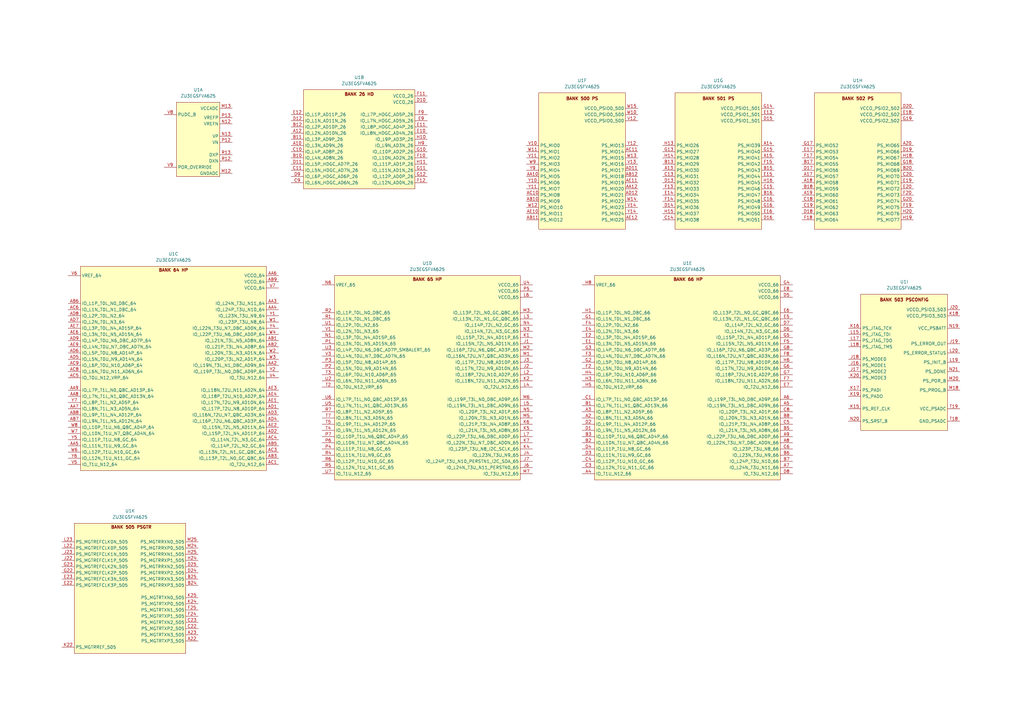
<source format=kicad_sch>
(kicad_sch (version 20250114) (generator "eeschema") (generator_version "9.0")
  (paper "A3")
  (lib_symbols
    (symbol "User:XAZU3EGSFVA625" (exclude_from_sim yes)
      (property "Reference" "U" (at 0 84.836 0))
      (property "Value" "ZU3EGSFVA625" (at -2.54 22.86 0))
      (symbol "XAZU3EGSFVA625_1_0"
        (pin passive line (at -13.97 10.16 0) (length 5.08) (name "PUDC_B") (number "V8"))
        (pin passive line (at -13.97 -11.43 0) (length 5.08) (name "POR_OVERRIDE") (number "V9"))
        (pin passive line (at 13.97 12.7 180) (length 5.08) (name "VCCADC") (number "M13"))
        (pin passive line (at 13.97 8.89 180) (length 5.08) (name "VREFP") (number "P13"))
        (pin passive line (at 13.97 6.35 180) (length 5.08) (name "VREFN") (number "N12"))
        (pin passive line (at 13.97 1.27 180) (length 5.08) (name "VP") (number "N13"))
        (pin passive line (at 13.97 -1.27 180) (length 5.08) (name "VN") (number "P12"))
        (pin passive line (at 13.97 -6.35 180) (length 5.08) (name "DXP") (number "R13"))
        (pin passive line (at 13.97 -13.97 180) (length 5.08) (name "GNDADC") (number "M12"))
      )
      (symbol "XAZU3EGSFVA625_1_1"
        (pin passive line (at 13.97 -8.89 180) (length 5.08) (name "DXN") (number "R12"))
      )
      (symbol "XAZU3EGSFVA625_2_0"
        (pin passive line (at -27.94 10.16 0) (length 5.08) (name "IO_L1P_AD11P_26") (number "E12"))
        (pin passive line (at -27.94 7.62 0) (length 5.08) (name "IO_L1N_AD11N_26") (number "D12"))
        (pin passive line (at -27.94 5.08 0) (length 5.08) (name "IO_L2P_AD10P_26") (number "B12"))
        (pin passive line (at -27.94 2.54 0) (length 5.08) (name "IO_L2N_AD10N_26") (number "A12"))
        (pin passive line (at -27.94 0 0) (length 5.08) (name "IO_L3P_AD9P_26") (number "B11"))
        (pin passive line (at -27.94 -2.54 0) (length 5.08) (name "IO_L3N_AD9N_26") (number "A10"))
        (pin passive line (at -27.94 -5.08 0) (length 5.08) (name "IO_L4P_AD8P_26") (number "C10"))
        (pin passive line (at -27.94 -7.62 0) (length 5.08) (name "IO_L4N_AD8N_26") (number "B10"))
        (pin passive line (at -27.94 -10.16 0) (length 5.08) (name "IO_L5P_HDGC_AD7P_26") (number "D11"))
        (pin passive line (at -27.94 -12.7 0) (length 5.08) (name "IO_L5N_HDGC_AD7N_26") (number "C11"))
        (pin passive line (at -27.94 -15.24 0) (length 5.08) (name "IO_L6P_HDGC_AD6P_26") (number "D9"))
        (pin passive line (at -27.94 -17.78 0) (length 5.08) (name "IO_L6N_HDGC_AD6N_26") (number "C9"))
        (pin passive line (at 27.94 17.78 180) (length 5.08) (name "VCCO_26") (number "F11"))
        (pin passive line (at 27.94 15.24 180) (length 5.08) (name "VCCO_26") (number "D10"))
        (pin passive line (at 27.94 10.16 180) (length 5.08) (name "IO_L7P_HDGC_AD5P_26") (number "F9"))
        (pin passive line (at 27.94 7.62 180) (length 5.08) (name "IO_L7N_HDGC_AD5N_26") (number "E9"))
        (pin passive line (at 27.94 5.08 180) (length 5.08) (name "IO_L8P_HDGC_AD4P_26") (number "E11"))
        (pin passive line (at 27.94 2.54 180) (length 5.08) (name "IO_L8N_HDGC_AD4N_26") (number "E10"))
        (pin passive line (at 27.94 0 180) (length 5.08) (name "IO_L9P_AD3P_26") (number "H10"))
        (pin passive line (at 27.94 -2.54 180) (length 5.08) (name "IO_L9N_AD3N_26") (number "H9"))
        (pin passive line (at 27.94 -5.08 180) (length 5.08) (name "IO_L10P_AD2P_26") (number "G10"))
        (pin passive line (at 27.94 -7.62 180) (length 5.08) (name "IO_L10N_AD2N_26") (number "F10"))
        (pin passive line (at 27.94 -10.16 180) (length 5.08) (name "IO_L11P_AD1P_26") (number "H11"))
        (pin passive line (at 27.94 -12.7 180) (length 5.08) (name "IO_L11N_AD1N_26") (number "G11"))
        (pin passive line (at 27.94 -15.24 180) (length 5.08) (name "IO_L12P_AD0P_26") (number "G12"))
        (pin passive line (at 27.94 -17.78 180) (length 5.08) (name "IO_L12N_AD0N_26") (number "F12"))
      )
      (symbol "XAZU3EGSFVA625_2_1"
        (text "BANK 26 HD" (at 0 18.542 0) (effects (font (size 1.27 1.27) (bold yes))))
      )
      (symbol "XAZU3EGSFVA625_3_0"
        (pin passive line (at -43.18 38.1 0) (length 5.08) (name "VREF_64") (number "V6"))
        (pin passive line (at -43.18 26.67 0) (length 5.08) (name "IO_L1P_T0L_N0_DBC_64") (number "AB6"))
        (pin passive line (at -43.18 24.13 0) (length 5.08) (name "IO_L1N_T0L_N1_DBC_64") (number "AC6"))
        (pin passive line (at -43.18 21.59 0) (length 5.08) (name "IO_L2P_T0L_N2_64") (number "AD8"))
        (pin passive line (at -43.18 19.05 0) (length 5.08) (name "IO_L2N_T0L_N3_64") (number "AD7"))
        (pin passive line (at -43.18 16.51 0) (length 5.08) (name "IO_L3P_T0L_N4_AD15P_64") (number "AE7"))
        (pin passive line (at -43.18 13.97 0) (length 5.08) (name "IO_L3N_T0L_N5_AD15N_64") (number "AE6"))
        (pin passive line (at -43.18 11.43 0) (length 5.08) (name "IO_L4P_T0U_N6_DBC_AD7P_64") (number "AD9"))
        (pin passive line (at -43.18 8.89 0) (length 5.08) (name "IO_L4N_T0U_N7_DBC_AD7N_64") (number "AE9"))
        (pin passive line (at -43.18 6.35 0) (length 5.08) (name "IO_L5P_T0U_N8_AD14P_64") (number "AD6"))
        (pin passive line (at -43.18 3.81 0) (length 5.08) (name "IO_L5N_T0U_N9_AD14N_64") (number "AD5"))
        (pin passive line (at -43.18 1.27 0) (length 5.08) (name "IO_L6P_T0U_N10_AD6P_64") (number "AC9"))
        (pin passive line (at -43.18 -1.27 0) (length 5.08) (name "IO_L6N_T0U_N11_AD6N_64") (number "AC8"))
        (pin passive line (at -43.18 -3.81 0) (length 5.08) (name "IO_T0U_N12_VRP_64") (number "AC5"))
        (pin passive line (at -43.18 -8.89 0) (length 5.08) (name "IO_L7P_T1L_N0_QBC_AD13P_64") (number "AA9"))
        (pin passive line (at -43.18 -11.43 0) (length 5.08) (name "IO_L7N_T1L_N1_QBC_AD13N_64") (number "AA8"))
        (pin passive line (at -43.18 -13.97 0) (length 5.08) (name "IO_L8P_T1L_N2_AD5P_64") (number "Y7"))
        (pin passive line (at -43.18 -16.51 0) (length 5.08) (name "IO_L8N_T1L_N3_AD5N_64") (number "AA7"))
        (pin passive line (at -43.18 -19.05 0) (length 5.08) (name "IO_L9P_T1L_N4_AD12P_64") (number "AB8"))
        (pin passive line (at -43.18 -21.59 0) (length 5.08) (name "IO_L9N_T1L_N5_AD12N_64") (number "AB7"))
        (pin passive line (at -43.18 -24.13 0) (length 5.08) (name "IO_L10P_T1U_N6_QBC_AD4P_64") (number "W8"))
        (pin passive line (at -43.18 -26.67 0) (length 5.08) (name "IO_L10N_T1U_N7_QBC_AD4N_64") (number "W7"))
        (pin passive line (at -43.18 -29.21 0) (length 5.08) (name "IO_L11P_T1U_N8_GC_64") (number "Y5"))
        (pin passive line (at -43.18 -31.75 0) (length 5.08) (name "IO_L11N_T1U_N9_GC_64") (number "AA5"))
        (pin passive line (at -43.18 -34.29 0) (length 5.08) (name "IO_L12P_T1U_N10_GC_64") (number "W6"))
        (pin passive line (at -43.18 -36.83 0) (length 5.08) (name "IO_L12N_T1U_N11_GC_64") (number "Y6"))
        (pin passive line (at -43.18 -39.37 0) (length 5.08) (name "IO_T1U_N12_64") (number "V5"))
        (pin passive line (at 43.18 38.1 180) (length 5.08) (name "VCCO_64") (number "AA6"))
        (pin passive line (at 43.18 35.56 180) (length 5.08) (name "VCCO_64") (number "AB9"))
        (pin passive line (at 43.18 33.02 180) (length 5.08) (name "VCCO_64") (number "V7"))
        (pin passive line (at 43.18 26.67 180) (length 5.08) (name "IO_L24N_T3U_N11_64") (number "AA3"))
        (pin passive line (at 43.18 24.13 180) (length 5.08) (name "IO_L24P_T3U_N10_64") (number "AA4"))
        (pin passive line (at 43.18 21.59 180) (length 5.08) (name "IO_L23N_T3U_N9_64") (number "Y1"))
        (pin passive line (at 43.18 19.05 180) (length 5.08) (name "IO_L23P_T3U_N8_64") (number "W1"))
        (pin passive line (at 43.18 16.51 180) (length 5.08) (name "IO_L22N_T3U_N7_DBC_AD0N_64") (number "Y4"))
        (pin passive line (at 43.18 13.97 180) (length 5.08) (name "IO_L22P_T3U_N6_DBC_AD0P_64") (number "W4"))
        (pin passive line (at 43.18 11.43 180) (length 5.08) (name "IO_L21N_T3L_N5_AD8N_64") (number "AB1"))
        (pin passive line (at 43.18 8.89 180) (length 5.08) (name "IO_L21P_T3L_N4_AD8P_64") (number "AB2"))
        (pin passive line (at 43.18 6.35 180) (length 5.08) (name "IO_L20N_T3L_N3_AD1N_64") (number "W2"))
        (pin passive line (at 43.18 3.81 180) (length 5.08) (name "IO_L20P_T3L_N2_AD1P_64") (number "W3"))
        (pin passive line (at 43.18 1.27 180) (length 5.08) (name "IO_L19N_T3L_N1_DBC_AD9N_64") (number "AA2"))
        (pin passive line (at 43.18 -1.27 180) (length 5.08) (name "IO_L19P_T3L_N0_DBC_AD9P_64") (number "Y2"))
        (pin passive line (at 43.18 -3.81 180) (length 5.08) (name "IO_T3U_N12_64") (number "V4"))
        (pin passive line (at 43.18 -8.89 180) (length 5.08) (name "IO_L18N_T2U_N11_AD2N_64") (number "AE3"))
        (pin passive line (at 43.18 -11.43 180) (length 5.08) (name "IO_L18P_T2U_N10_AD2P_64") (number "AE4"))
        (pin passive line (at 43.18 -13.97 180) (length 5.08) (name "IO_L17N_T2U_N9_AD10N_64") (number "AE1"))
        (pin passive line (at 43.18 -16.51 180) (length 5.08) (name "IO_L17P_T2U_N8_AD10P_64") (number "AD1"))
        (pin passive line (at 43.18 -19.05 180) (length 5.08) (name "IO_L16N_T2U_N7_QBC_AD3N_64") (number "AD3"))
        (pin passive line (at 43.18 -21.59 180) (length 5.08) (name "IO_L16P_T2U_N6_QBC_AD3P_64") (number "AD4"))
        (pin passive line (at 43.18 -24.13 180) (length 5.08) (name "IO_L15N_T2L_N5_AD11N_64") (number "AE2"))
        (pin passive line (at 43.18 -26.67 180) (length 5.08) (name "IO_L15P_T2L_N4_AD11P_64") (number "AD2"))
        (pin passive line (at 43.18 -29.21 180) (length 5.08) (name "IO_L14N_T2L_N3_GC_64") (number "AC4"))
        (pin passive line (at 43.18 -31.75 180) (length 5.08) (name "IO_L14P_T2L_N2_GC_64") (number "AB5"))
        (pin passive line (at 43.18 -34.29 180) (length 5.08) (name "IO_L13N_T2L_N1_GC_QBC_64") (number "AC3"))
        (pin passive line (at 43.18 -36.83 180) (length 5.08) (name "IO_L13P_T2L_N0_GC_QBC_64") (number "AB3"))
        (pin passive line (at 43.18 -39.37 180) (length 5.08) (name "IO_T2U_N12_64") (number "AC1"))
      )
      (symbol "XAZU3EGSFVA625_3_1"
        (text "BANK 64 HP" (at 0 40.386 0) (effects (font (size 1.27 1.27) (bold yes))))
      )
      (symbol "XAZU3EGSFVA625_4_0"
        (pin passive line (at -43.18 38.1 0) (length 5.08) (name "VREF_65") (number "N6"))
        (pin passive line (at -43.18 26.67 0) (length 5.08) (name "IO_L1P_T0L_N0_DBC_65") (number "R2"))
        (pin passive line (at -43.18 24.13 0) (length 5.08) (name "IO_L1N_T0L_N1_DBC_65") (number "R1"))
        (pin passive line (at -43.18 21.59 0) (length 5.08) (name "IO_L2P_T0L_N2_65") (number "U1"))
        (pin passive line (at -43.18 19.05 0) (length 5.08) (name "IO_L2N_T0L_N3_65") (number "V1"))
        (pin passive line (at -43.18 16.51 0) (length 5.08) (name "IO_L3P_T0L_N4_AD15P_65") (number "N1"))
        (pin passive line (at -43.18 13.97 0) (length 5.08) (name "IO_L3N_T0L_N5_AD15N_65") (number "P1"))
        (pin passive line (at -43.18 11.43 0) (length 5.08) (name "IO_L4P_T0U_N6_DBC_AD7P_SMBALERT_65") (number "U3"))
        (pin passive line (at -43.18 8.89 0) (length 5.08) (name "IO_L4N_T0U_N7_DBC_AD7N_65") (number "V3"))
        (pin passive line (at -43.18 6.35 0) (length 5.08) (name "IO_L5P_T0U_N8_AD14P_65") (number "P3"))
        (pin passive line (at -43.18 3.81 0) (length 5.08) (name "IO_L5N_T0U_N9_AD14N_65") (number "P2"))
        (pin passive line (at -43.18 1.27 0) (length 5.08) (name "IO_L6P_T0U_N10_AD6P_65") (number "T3"))
        (pin passive line (at -43.18 -1.27 0) (length 5.08) (name "IO_L6N_T0U_N11_AD6N_65") (number "U2"))
        (pin passive line (at -43.18 -3.81 0) (length 5.08) (name "IO_T0U_N12_VRP_65") (number "T2"))
        (pin passive line (at -43.18 -8.89 0) (length 5.08) (name "IO_L7P_T1L_N0_QBC_AD13P_65") (number "U6"))
        (pin passive line (at -43.18 -11.43 0) (length 5.08) (name "IO_L7N_T1L_N1_QBC_AD13N_65") (number "U5"))
        (pin passive line (at -43.18 -13.97 0) (length 5.08) (name "IO_L8P_T1L_N2_AD5P_65") (number "R7"))
        (pin passive line (at -43.18 -16.51 0) (length 5.08) (name "IO_L8N_T1L_N3_AD5N_65") (number "T7"))
        (pin passive line (at -43.18 -19.05 0) (length 5.08) (name "IO_L9P_T1L_N4_AD12P_65") (number "T5"))
        (pin passive line (at -43.18 -21.59 0) (length 5.08) (name "IO_L9N_T1L_N5_AD12N_65") (number "T4"))
        (pin passive line (at -43.18 -24.13 0) (length 5.08) (name "IO_L10P_T1U_N6_QBC_AD4P_65") (number "P7"))
        (pin passive line (at -43.18 -26.67 0) (length 5.08) (name "IO_L10N_T1U_N7_QBC_AD4N_65") (number "P6"))
        (pin passive line (at -43.18 -29.21 0) (length 5.08) (name "IO_L11P_T1U_N8_GC_65") (number "P4"))
        (pin passive line (at -43.18 -31.75 0) (length 5.08) (name "IO_L11N_T1U_N9_GC_65") (number "R4"))
        (pin passive line (at -43.18 -34.29 0) (length 5.08) (name "IO_L12P_T1U_N10_GC_65") (number "R6"))
        (pin passive line (at -43.18 -36.83 0) (length 5.08) (name "IO_L12N_T1U_N11_GC_65") (number "R5"))
        (pin passive line (at -43.18 -39.37 0) (length 5.08) (name "IO_T1U_N12_65") (number "U7"))
        (pin passive line (at 43.18 38.1 180) (length 5.08) (name "VCCO_65") (number "U4"))
        (pin passive line (at 43.18 35.56 180) (length 5.08) (name "VCCO_65") (number "P5"))
        (pin passive line (at 43.18 33.02 180) (length 5.08) (name "VCCO_65") (number "L6"))
        (pin passive line (at 43.18 26.67 180) (length 5.08) (name "IO_L13P_T2L_N0_GC_QBC_65") (number "M3"))
        (pin passive line (at 43.18 24.13 180) (length 5.08) (name "IO_L13N_T2L_N1_GC_QBC_65") (number "L3"))
        (pin passive line (at 43.18 21.59 180) (length 5.08) (name "IO_L14P_T2L_N2_GC_65") (number "N4"))
        (pin passive line (at 43.18 19.05 180) (length 5.08) (name "IO_L14N_T2L_N3_GC_65") (number "N3"))
        (pin passive line (at 43.18 16.51 180) (length 5.08) (name "IO_L15P_T2L_N4_AD11P_65") (number "K1"))
        (pin passive line (at 43.18 13.97 180) (length 5.08) (name "IO_L15N_T2L_N5_AD11N_65") (number "J1"))
        (pin passive line (at 43.18 11.43 180) (length 5.08) (name "IO_L16P_T2U_N6_QBC_AD3P_65") (number "M2"))
        (pin passive line (at 43.18 8.89 180) (length 5.08) (name "IO_L16N_T2U_N7_QBC_AD3N_65") (number "M1"))
        (pin passive line (at 43.18 6.35 180) (length 5.08) (name "IO_L17P_T2U_N8_AD10P_65") (number "J3"))
        (pin passive line (at 43.18 3.81 180) (length 5.08) (name "IO_L17N_T2U_N9_AD10N_65") (number "J2"))
        (pin passive line (at 43.18 1.27 180) (length 5.08) (name "IO_L18P_T2U_N10_AD2P_65") (number "L2"))
        (pin passive line (at 43.18 -1.27 180) (length 5.08) (name "IO_L18N_T2U_N11_AD2N_65") (number "K2"))
        (pin passive line (at 43.18 -3.81 180) (length 5.08) (name "IO_T2U_N12_65") (number "L4"))
        (pin passive line (at 43.18 -8.89 180) (length 5.08) (name "IO_L19P_T3L_N0_DBC_AD9P_65") (number "M6"))
        (pin passive line (at 43.18 -11.43 180) (length 5.08) (name "IO_L19N_T3L_N1_DBC_AD9N_65") (number "L5"))
        (pin passive line (at 43.18 -13.97 180) (length 5.08) (name "IO_L20P_T3L_N2_AD1P_65") (number "N5"))
        (pin passive line (at 43.18 -16.51 180) (length 5.08) (name "IO_L20N_T3L_N3_AD1N_65") (number "M5"))
        (pin passive line (at 43.18 -19.05 180) (length 5.08) (name "IO_L21P_T3L_N4_AD8P_65") (number "K6"))
        (pin passive line (at 43.18 -21.59 180) (length 5.08) (name "IO_L21N_T3L_N5_AD8N_65") (number "K5"))
        (pin passive line (at 43.18 -24.13 180) (length 5.08) (name "IO_L22P_T3U_N6_DBC_AD0P_65") (number "L7"))
        (pin passive line (at 43.18 -26.67 180) (length 5.08) (name "IO_L22N_T3U_N7_DBC_AD0N_65") (number "K7"))
        (pin passive line (at 43.18 -29.21 180) (length 5.08) (name "IO_L23P_T3U_N8_I2C_SCLK_65") (number "K4"))
        (pin passive line (at 43.18 -31.75 180) (length 5.08) (name "IO_L23N_T3U_N9_65") (number "J4"))
        (pin passive line (at 43.18 -34.29 180) (length 5.08) (name "IO_L24P_T3U_N10_PERSTN1_I2C_SDA_65") (number "J7"))
        (pin passive line (at 43.18 -36.83 180) (length 5.08) (name "IO_L24N_T3U_N11_PERSTN0_65") (number "J6"))
        (pin passive line (at 43.18 -39.37 180) (length 5.08) (name "IO_T3U_N12_65") (number "M7"))
      )
      (symbol "XAZU3EGSFVA625_4_1"
        (text "BANK 65 HP" (at 0 40.386 0) (effects (font (size 1.27 1.27) (bold yes))))
      )
      (symbol "XAZU3EGSFVA625_5_0"
        (pin passive line (at -43.18 38.1 0) (length 5.08) (name "VREF_66") (number "H8"))
        (pin passive line (at -43.18 26.67 0) (length 5.08) (name "IO_L1P_T0L_N0_DBC_66") (number "H1"))
        (pin passive line (at -43.18 24.13 0) (length 5.08) (name "IO_L1N_T0L_N1_DBC_66") (number "G1"))
        (pin passive line (at -43.18 21.59 0) (length 5.08) (name "IO_L2P_T0L_N2_66") (number "F4"))
        (pin passive line (at -43.18 19.05 0) (length 5.08) (name "IO_L2N_T0L_N3_66") (number "E4"))
        (pin passive line (at -43.18 16.51 0) (length 5.08) (name "IO_L3P_T0L_N4_AD15P_66") (number "E2"))
        (pin passive line (at -43.18 13.97 0) (length 5.08) (name "IO_L3N_T0L_N5_AD15N_66") (number "E1"))
        (pin passive line (at -43.18 11.43 0) (length 5.08) (name "IO_L4P_T0U_N6_DBC_AD7P_66") (number "G3"))
        (pin passive line (at -43.18 8.89 0) (length 5.08) (name "IO_L4N_T0U_N7_DBC_AD7N_66") (number "F3"))
        (pin passive line (at -43.18 6.35 0) (length 5.08) (name "IO_L5P_T0U_N8_AD14P_66") (number "G2"))
        (pin passive line (at -43.18 3.81 0) (length 5.08) (name "IO_L5N_T0U_N9_AD14N_66") (number "F2"))
        (pin passive line (at -43.18 1.27 0) (length 5.08) (name "IO_L6P_T0U_N10_AD6P_66") (number "H4"))
        (pin passive line (at -43.18 -1.27 0) (length 5.08) (name "IO_L6N_T0U_N11_AD6N_66") (number "H3"))
        (pin passive line (at -43.18 -3.81 0) (length 5.08) (name "IO_T0U_N12_VRP_66") (number "H5"))
        (pin passive line (at -43.18 -8.89 0) (length 5.08) (name "IO_L7P_T1L_N0_QBC_AD13P_66") (number "C1"))
        (pin passive line (at -43.18 -11.43 0) (length 5.08) (name "IO_L7N_T1L_N1_QBC_AD13N_66") (number "B1"))
        (pin passive line (at -43.18 -13.97 0) (length 5.08) (name "IO_L8P_T1L_N2_AD5P_66") (number "A3"))
        (pin passive line (at -43.18 -16.51 0) (length 5.08) (name "IO_L8N_T1L_N3_AD5N_66") (number "A2"))
        (pin passive line (at -43.18 -19.05 0) (length 5.08) (name "IO_L9P_T1L_N4_AD12P_66") (number "D2"))
        (pin passive line (at -43.18 -21.59 0) (length 5.08) (name "IO_L9N_T1L_N5_AD12N_66") (number "D1"))
        (pin passive line (at -43.18 -24.13 0) (length 5.08) (name "IO_L10P_T1U_N6_QBC_AD4P_66") (number "B3"))
        (pin passive line (at -43.18 -26.67 0) (length 5.08) (name "IO_L10N_T1U_N7_QBC_AD4N_66") (number "B2"))
        (pin passive line (at -43.18 -29.21 0) (length 5.08) (name "IO_L11P_T1U_N8_GC_66") (number "D4"))
        (pin passive line (at -43.18 -31.75 0) (length 5.08) (name "IO_L11N_T1U_N9_GC_66") (number "D3"))
        (pin passive line (at -43.18 -34.29 0) (length 5.08) (name "IO_L12P_T1U_N10_GC_66") (number "C4"))
        (pin passive line (at -43.18 -36.83 0) (length 5.08) (name "IO_L12N_T1U_N11_GC_66") (number "C3"))
        (pin passive line (at -43.18 -39.37 0) (length 5.08) (name "IO_T1U_N12_66") (number "A4"))
        (pin passive line (at 43.18 38.1 180) (length 5.08) (name "VCCO_66") (number "G4"))
        (pin passive line (at 43.18 35.56 180) (length 5.08) (name "VCCO_66") (number "E8"))
        (pin passive line (at 43.18 33.02 180) (length 5.08) (name "VCCO_66") (number "D5"))
        (pin passive line (at 43.18 26.67 180) (length 5.08) (name "IO_L13P_T2L_N0_GC_QBC_66") (number "E6"))
        (pin passive line (at 43.18 24.13 180) (length 5.08) (name "IO_L13N_T2L_N1_GC_QBC_66") (number "E5"))
        (pin passive line (at 43.18 21.59 180) (length 5.08) (name "IO_L14P_T2L_N2_GC_66") (number "D7"))
        (pin passive line (at 43.18 19.05 180) (length 5.08) (name "IO_L14N_T2L_N3_GC_66") (number "D6"))
        (pin passive line (at 43.18 16.51 180) (length 5.08) (name "IO_L15P_T2L_N4_AD11P_66") (number "G5"))
        (pin passive line (at 43.18 13.97 180) (length 5.08) (name "IO_L15N_T2L_N5_AD11N_66") (number "F5"))
        (pin passive line (at 43.18 11.43 180) (length 5.08) (name "IO_L16P_T2U_N6_QBC_AD3P_66") (number "G8"))
        (pin passive line (at 43.18 8.89 180) (length 5.08) (name "IO_L16N_T2U_N7_QBC_AD3N_66") (number "F8"))
        (pin passive line (at 43.18 6.35 180) (length 5.08) (name "IO_L17P_T2U_N8_AD10P_66") (number "H6"))
        (pin passive line (at 43.18 3.81 180) (length 5.08) (name "IO_L17N_T2U_N9_AD10N_66") (number "G6"))
        (pin passive line (at 43.18 1.27 180) (length 5.08) (name "IO_L18P_T2U_N10_AD2P_66") (number "G7"))
        (pin passive line (at 43.18 -1.27 180) (length 5.08) (name "IO_L18N_T2U_N11_AD2N_66") (number "F7"))
        (pin passive line (at 43.18 -3.81 180) (length 5.08) (name "IO_T2U_N12_66") (number "E7"))
        (pin passive line (at 43.18 -8.89 180) (length 5.08) (name "IO_L19P_T3L_N0_DBC_AD9P_66") (number "A6"))
        (pin passive line (at 43.18 -11.43 180) (length 5.08) (name "IO_L19N_T3L_N1_DBC_AD9N_66") (number "A5"))
        (pin passive line (at 43.18 -13.97 180) (length 5.08) (name "IO_L20P_T3L_N2_AD1P_66") (number "C8"))
        (pin passive line (at 43.18 -16.51 180) (length 5.08) (name "IO_L20N_T3L_N3_AD1N_66") (number "B8"))
        (pin passive line (at 43.18 -19.05 180) (length 5.08) (name "IO_L21P_T3L_N4_AD8P_66") (number "C5"))
        (pin passive line (at 43.18 -21.59 180) (length 5.08) (name "IO_L21N_T3L_N5_AD8N_66") (number "B5"))
        (pin passive line (at 43.18 -24.13 180) (length 5.08) (name "IO_L22P_T3U_N6_DBC_AD0P_66") (number "A9"))
        (pin passive line (at 43.18 -26.67 180) (length 5.08) (name "IO_L22N_T3U_N7_DBC_AD0N_66") (number "A8"))
        (pin passive line (at 43.18 -29.21 180) (length 5.08) (name "IO_L23P_T3U_N8_66") (number "C6"))
        (pin passive line (at 43.18 -31.75 180) (length 5.08) (name "IO_L23N_T3U_N9_66") (number "B6"))
        (pin passive line (at 43.18 -34.29 180) (length 5.08) (name "IO_L24P_T3U_N10_66") (number "B7"))
        (pin passive line (at 43.18 -36.83 180) (length 5.08) (name "IO_L24N_T3U_N11_66") (number "A7"))
        (pin passive line (at 43.18 -39.37 180) (length 5.08) (name "IO_T3U_N12_66") (number "D8"))
      )
      (symbol "XAZU3EGSFVA625_5_1"
        (text "BANK 66 HP" (at 0.254 40.386 0) (effects (font (size 1.27 1.27) (bold yes))))
      )
      (symbol "XAZU3EGSFVA625_6_0"
        (pin passive line (at -22.86 6.35 0) (length 5.08) (name "PS_MIO0") (number "V10"))
        (pin passive line (at -22.86 3.81 0) (length 5.08) (name "PS_MIO1") (number "W11"))
        (pin passive line (at -22.86 1.27 0) (length 5.08) (name "PS_MIO2") (number "V11"))
        (pin passive line (at -22.86 -1.27 0) (length 5.08) (name "PS_MIO3") (number "W9"))
        (pin passive line (at -22.86 -3.81 0) (length 5.08) (name "PS_MIO4") (number "Y9"))
        (pin passive line (at -22.86 -6.35 0) (length 5.08) (name "PS_MIO5") (number "AA10"))
        (pin passive line (at -22.86 -8.89 0) (length 5.08) (name "PS_MIO6") (number "Y10"))
        (pin passive line (at -22.86 -11.43 0) (length 5.08) (name "PS_MIO7") (number "Y11"))
        (pin passive line (at -22.86 -13.97 0) (length 5.08) (name "PS_MIO8") (number "AC10"))
        (pin passive line (at -22.86 -16.51 0) (length 5.08) (name "PS_MIO9") (number "AB10"))
        (pin passive line (at -22.86 -19.05 0) (length 5.08) (name "PS_MIO10") (number "W12"))
        (pin passive line (at -22.86 -21.59 0) (length 5.08) (name "PS_MIO11") (number "AE10"))
        (pin passive line (at -22.86 -24.13 0) (length 5.08) (name "PS_MIO12") (number "AB11"))
        (pin passive line (at 22.86 21.59 180) (length 5.08) (name "VCCO_PSIO0_500") (number "W15"))
        (pin passive line (at 22.86 19.05 180) (length 5.08) (name "VCCO_PSIO0_500") (number "W10"))
        (pin passive line (at 22.86 16.51 180) (length 5.08) (name "VCCO_PSIO0_500") (number "V12"))
        (pin passive line (at 22.86 6.35 180) (length 5.08) (name "PS_MIO13") (number "Y12"))
        (pin passive line (at 22.86 3.81 180) (length 5.08) (name "PS_MIO14") (number "AC11"))
        (pin passive line (at 22.86 1.27 180) (length 5.08) (name "PS_MIO15") (number "W13"))
        (pin passive line (at 22.86 -1.27 180) (length 5.08) (name "PS_MIO16") (number "V13"))
        (pin passive line (at 22.86 -3.81 180) (length 5.08) (name "PS_MIO17") (number "AD11"))
        (pin passive line (at 22.86 -6.35 180) (length 5.08) (name "PS_MIO18") (number "AB12"))
        (pin passive line (at 22.86 -8.89 180) (length 5.08) (name "PS_MIO19") (number "AE11"))
        (pin passive line (at 22.86 -11.43 180) (length 5.08) (name "PS_MIO20") (number "AA12"))
        (pin passive line (at 22.86 -13.97 180) (length 5.08) (name "PS_MIO21") (number "AD12"))
        (pin passive line (at 22.86 -16.51 180) (length 5.08) (name "PS_MIO22") (number "W14"))
        (pin passive line (at 22.86 -19.05 180) (length 5.08) (name "PS_MIO23") (number "V14"))
        (pin passive line (at 22.86 -21.59 180) (length 5.08) (name "PS_MIO24") (number "Y14"))
        (pin passive line (at 22.86 -24.13 180) (length 5.08) (name "PS_MIO25") (number "AE12"))
      )
      (symbol "XAZU3EGSFVA625_6_1"
        (text "BANK 500 PS" (at 0 25.654 0) (effects (font (size 1.27 1.27) (bold yes))))
      )
      (symbol "XAZU3EGSFVA625_7_0"
        (pin passive line (at -22.86 6.35 0) (length 5.08) (name "PS_MIO26") (number "H13"))
        (pin passive line (at -22.86 3.81 0) (length 5.08) (name "PS_MIO27") (number "G13"))
        (pin passive line (at -22.86 1.27 0) (length 5.08) (name "PS_MIO28") (number "H14"))
        (pin passive line (at -22.86 -1.27 0) (length 5.08) (name "PS_MIO29") (number "B13"))
        (pin passive line (at -22.86 -3.81 0) (length 5.08) (name "PS_MIO30") (number "A13"))
        (pin passive line (at -22.86 -6.35 0) (length 5.08) (name "PS_MIO31") (number "C13"))
        (pin passive line (at -22.86 -8.89 0) (length 5.08) (name "PS_MIO32") (number "D13"))
        (pin passive line (at -22.86 -11.43 0) (length 5.08) (name "PS_MIO33") (number "F13"))
        (pin passive line (at -22.86 -13.97 0) (length 5.08) (name "PS_MIO34") (number "E14"))
        (pin passive line (at -22.86 -16.51 0) (length 5.08) (name "PS_MIO35") (number "F14"))
        (pin passive line (at -22.86 -19.05 0) (length 5.08) (name "PS_MIO36") (number "D14"))
        (pin passive line (at -22.86 -21.59 0) (length 5.08) (name "PS_MIO37") (number "H15"))
        (pin passive line (at -22.86 -24.13 0) (length 5.08) (name "PS_MIO38") (number "C14"))
        (pin passive line (at 22.86 21.59 180) (length 5.08) (name "VCCO_PSIO1_501") (number "G14"))
        (pin passive line (at 22.86 19.05 180) (length 5.08) (name "VCCO_PSIO1_501") (number "E13"))
        (pin passive line (at 22.86 16.51 180) (length 5.08) (name "VCCO_PSIO1_501") (number "D15"))
        (pin passive line (at 22.86 6.35 180) (length 5.08) (name "PS_MIO39") (number "A14"))
        (pin passive line (at 22.86 3.81 180) (length 5.08) (name "PS_MIO40") (number "G15"))
        (pin passive line (at 22.86 1.27 180) (length 5.08) (name "PS_MIO41") (number "A15"))
        (pin passive line (at 22.86 -1.27 180) (length 5.08) (name "PS_MIO42") (number "F15"))
        (pin passive line (at 22.86 -3.81 180) (length 5.08) (name "PS_MIO43") (number "B15"))
        (pin passive line (at 22.86 -6.35 180) (length 5.08) (name "PS_MIO44") (number "E15"))
        (pin passive line (at 22.86 -8.89 180) (length 5.08) (name "PS_MIO45") (number "H16"))
        (pin passive line (at 22.86 -11.43 180) (length 5.08) (name "PS_MIO46") (number "C15"))
        (pin passive line (at 22.86 -13.97 180) (length 5.08) (name "PS_MIO47") (number "B16"))
        (pin passive line (at 22.86 -16.51 180) (length 5.08) (name "PS_MIO48") (number "C16"))
        (pin passive line (at 22.86 -19.05 180) (length 5.08) (name "PS_MIO49") (number "G16"))
        (pin passive line (at 22.86 -21.59 180) (length 5.08) (name "PS_MIO50") (number "E16"))
        (pin passive line (at 22.86 -24.13 180) (length 5.08) (name "PS_MIO51") (number "D16"))
      )
      (symbol "XAZU3EGSFVA625_7_1"
        (text "BANK 501 PS" (at 0 25.654 0) (effects (font (size 1.27 1.27) (bold yes))))
      )
      (symbol "XAZU3EGSFVA625_8_0"
        (pin passive line (at -22.86 6.35 0) (length 5.08) (name "PS_MIO52") (number "G17"))
        (pin passive line (at -22.86 3.81 0) (length 5.08) (name "PS_MIO53") (number "E17"))
        (pin passive line (at -22.86 1.27 0) (length 5.08) (name "PS_MIO54") (number "F17"))
        (pin passive line (at -22.86 -1.27 0) (length 5.08) (name "PS_MIO55") (number "B17"))
        (pin passive line (at -22.86 -3.81 0) (length 5.08) (name "PS_MIO56") (number "D17"))
        (pin passive line (at -22.86 -6.35 0) (length 5.08) (name "PS_MIO57") (number "A17"))
        (pin passive line (at -22.86 -8.89 0) (length 5.08) (name "PS_MIO58") (number "A18"))
        (pin passive line (at -22.86 -11.43 0) (length 5.08) (name "PS_MIO59") (number "B18"))
        (pin passive line (at -22.86 -13.97 0) (length 5.08) (name "PS_MIO60") (number "A19"))
        (pin passive line (at -22.86 -16.51 0) (length 5.08) (name "PS_MIO61") (number "C18"))
        (pin passive line (at -22.86 -19.05 0) (length 5.08) (name "PS_MIO62") (number "C19"))
        (pin passive line (at -22.86 -21.59 0) (length 5.08) (name "PS_MIO63") (number "D18"))
        (pin passive line (at -22.86 -24.13 0) (length 5.08) (name "PS_MIO64") (number "F18"))
        (pin passive line (at 22.86 21.59 180) (length 5.08) (name "VCCO_PSIO2_502") (number "D20"))
        (pin passive line (at 22.86 19.05 180) (length 5.08) (name "VCCO_PSIO2_502") (number "E18"))
        (pin passive line (at 22.86 16.51 180) (length 5.08) (name "VCCO_PSIO2_502") (number "G19"))
        (pin passive line (at 22.86 6.35 180) (length 5.08) (name "PS_MIO65") (number "A20"))
        (pin passive line (at 22.86 3.81 180) (length 5.08) (name "PS_MIO66") (number "D19"))
        (pin passive line (at 22.86 1.27 180) (length 5.08) (name "PS_MIO67") (number "H18"))
        (pin passive line (at 22.86 -1.27 180) (length 5.08) (name "PS_MIO68") (number "G18"))
        (pin passive line (at 22.86 -3.81 180) (length 5.08) (name "PS_MIO69") (number "B20"))
        (pin passive line (at 22.86 -6.35 180) (length 5.08) (name "PS_MIO70") (number "C20"))
        (pin passive line (at 22.86 -8.89 180) (length 5.08) (name "PS_MIO71") (number "E19"))
        (pin passive line (at 22.86 -11.43 180) (length 5.08) (name "PS_MIO72") (number "E20"))
        (pin passive line (at 22.86 -13.97 180) (length 5.08) (name "PS_MIO73") (number "F20"))
        (pin passive line (at 22.86 -16.51 180) (length 5.08) (name "PS_MIO74") (number "G20"))
        (pin passive line (at 22.86 -19.05 180) (length 5.08) (name "PS_MIO75") (number "F19"))
        (pin passive line (at 22.86 -21.59 180) (length 5.08) (name "PS_MIO76") (number "H20"))
        (pin passive line (at 22.86 -24.13 180) (length 5.08) (name "PS_MIO77") (number "H19"))
      )
      (symbol "XAZU3EGSFVA625_8_1"
        (text "BANK 502 PS" (at 0 25.654 0) (effects (font (size 1.27 1.27) (bold yes))))
      )
      (symbol "XAZU3EGSFVA625_9_0"
        (pin passive line (at -22.86 13.97 0) (length 5.08) (name "PS_JTAG_TCK") (number "K16"))
        (pin passive line (at -22.86 11.43 0) (length 5.08) (name "PS_JTAG_TDI") (number "L15"))
        (pin passive line (at -22.86 8.89 0) (length 5.08) (name "PS_JTAG_TDO") (number "L17"))
        (pin passive line (at -22.86 6.35 0) (length 5.08) (name "PS_JTAG_TMS") (number "L18"))
        (pin passive line (at -22.86 1.27 0) (length 5.08) (name "PS_MODE0") (number "J18"))
        (pin passive line (at -22.86 -1.27 0) (length 5.08) (name "PS_MODE1") (number "J16"))
        (pin passive line (at -22.86 -3.81 0) (length 5.08) (name "PS_MODE2") (number "J17"))
        (pin passive line (at -22.86 -6.35 0) (length 5.08) (name "PS_MODE3") (number "K20"))
        (pin passive line (at -22.86 -11.43 0) (length 5.08) (name "PS_PADI") (number "K17"))
        (pin passive line (at -22.86 -13.97 0) (length 5.08) (name "PS_PADO") (number "K19"))
        (pin passive line (at -22.86 -19.05 0) (length 5.08) (name "PS_REF_CLK") (number "K15"))
        (pin passive line (at -22.86 -24.13 0) (length 5.08) (name "PS_SRST_B") (number "N20"))
        (pin passive line (at 22.86 21.59 180) (length 5.08) (name "VCCO_PSIO3_503") (number "J20"))
        (pin passive line (at 22.86 19.05 180) (length 5.08) (name "VCCO_PSIO3_503") (number "K18"))
        (pin passive line (at 22.86 13.97 180) (length 5.08) (name "VCC_PSBATT") (number "N19"))
        (pin passive line (at 22.86 7.62 180) (length 5.08) (name "PS_ERROR_OUT") (number "J19"))
        (pin passive line (at 22.86 3.81 180) (length 5.08) (name "PS_ERROR_STATUS") (number "L20"))
        (pin passive line (at 22.86 0 180) (length 5.08) (name "PS_INIT_B") (number "L19"))
        (pin passive line (at 22.86 -3.81 180) (length 5.08) (name "PS_DONE") (number "N21"))
        (pin passive line (at 22.86 -7.62 180) (length 5.08) (name "PS_POR_B") (number "M20"))
        (pin passive line (at 22.86 -11.43 180) (length 5.08) (name "PS_PROG_B") (number "M18"))
        (pin passive line (at 22.86 -19.05 180) (length 5.08) (name "VCC_PSADC") (number "T19"))
        (pin passive line (at 22.86 -24.13 180) (length 5.08) (name "GND_PSADC") (number "T18"))
      )
      (symbol "XAZU3EGSFVA625_9_1"
        (text "BANK 503 PSCONFIG" (at 0 25.654 0) (effects (font (size 1.27 1.27) (bold yes))))
      )
      (symbol "XAZU3EGSFVA625_10_0"
        (pin passive line (at -27.94 74.93 0) (length 5.08) (name "VCCO_PSDDR_504") (number "AA21"))
        (pin passive line (at -27.94 72.39 0) (length 5.08) (name "VCCO_PSDDR_504") (number "AB24"))
        (pin passive line (at -27.94 69.85 0) (length 5.08) (name "VCCO_PSDDR_504") (number "AC17"))
        (pin passive line (at -27.94 67.31 0) (length 5.08) (name "VCCO_PSDDR_504") (number "AD20"))
        (pin passive line (at -27.94 64.77 0) (length 5.08) (name "VCCO_PSDDR_504") (number "AE25"))
        (pin passive line (at -27.94 62.23 0) (length 5.08) (name "VCCO_PSDDR_504") (number "V22"))
        (pin passive line (at -27.94 59.69 0) (length 5.08) (name "VCCO_PSDDR_504") (number "Y18"))
        (pin passive line (at -27.94 54.61 0) (length 5.08) (name "VCC_PSDDR_PLL") (number "N15"))
        (pin passive line (at -27.94 52.07 0) (length 5.08) (name "VCC_PSDDR_PLL") (number "N16"))
        (pin passive line (at -27.94 41.91 0) (length 5.08) (name "PS_DDR_A0") (number "U25"))
        (pin passive line (at -27.94 39.37 0) (length 5.08) (name "PS_DDR_A1") (number "Y25"))
        (pin passive line (at -27.94 36.83 0) (length 5.08) (name "PS_DDR_A2") (number "AB25"))
        (pin passive line (at -27.94 34.29 0) (length 5.08) (name "PS_DDR_A3") (number "AA25"))
        (pin passive line (at -27.94 31.75 0) (length 5.08) (name "PS_DDR_A4") (number "V25"))
        (pin passive line (at -27.94 29.21 0) (length 5.08) (name "PS_DDR_A5") (number "AC25"))
        (pin passive line (at -27.94 26.67 0) (length 5.08) (name "PS_DDR_A6") (number "W21"))
        (pin passive line (at -27.94 24.13 0) (length 5.08) (name "PS_DDR_A7") (number "AB22"))
        (pin passive line (at -27.94 21.59 0) (length 5.08) (name "PS_DDR_A8") (number "Y20"))
        (pin passive line (at -27.94 19.05 0) (length 5.08) (name "PS_DDR_A9") (number "AA20"))
        (pin passive line (at -27.94 16.51 0) (length 5.08) (name "PS_DDR_A10") (number "AB23"))
        (pin passive line (at -27.94 13.97 0) (length 5.08) (name "PS_DDR_A11") (number "AD24"))
        (pin passive line (at -27.94 11.43 0) (length 5.08) (name "PS_DDR_A12") (number "AC23"))
        (pin passive line (at -27.94 8.89 0) (length 5.08) (name "PS_DDR_A13") (number "AE24"))
        (pin passive line (at -27.94 6.35 0) (length 5.08) (name "PS_DDR_A14") (number "AC24"))
        (pin passive line (at -27.94 3.81 0) (length 5.08) (name "PS_DDR_A15") (number "AD23"))
        (pin passive line (at -27.94 1.27 0) (length 5.08) (name "PS_DDR_A16") (number "Y21"))
        (pin passive line (at -27.94 -1.27 0) (length 5.08) (name "PS_DDR_A17") (number "W19"))
        (pin passive line (at -27.94 -8.89 0) (length 5.08) (name "PS_DDR_BA0") (number "W22"))
        (pin passive line (at -27.94 -11.43 0) (length 5.08) (name "PS_DDR_BA1") (number "V20"))
        (pin passive line (at -27.94 -13.97 0) (length 5.08) (name "PS_DDR_BG0") (number "V19"))
        (pin passive line (at -27.94 -16.51 0) (length 5.08) (name "PS_DDR_BG1") (number "V21"))
        (pin passive line (at -27.94 -22.86 0) (length 5.08) (name "PS_DDR_CK0") (number "AA23"))
        (pin passive line (at -27.94 -25.4 0) (length 5.08) (name "PS_DDR_CK1") (number "Y22"))
        (pin passive line (at -27.94 -31.75 0) (length 5.08) (name "PS_DDR_CKE0") (number "T24"))
        (pin passive line (at -27.94 -34.29 0) (length 5.08) (name "PS_DDR_CKE1") (number "W24"))
        (pin passive line (at -27.94 -40.64 0) (length 5.08) (name "PS_DDR_CK_N0") (number "AA24"))
        (pin passive line (at -27.94 -43.18 0) (length 5.08) (name "PS_DDR_CK_N1") (number "AA22"))
        (pin passive line (at -27.94 -49.53 0) (length 5.08) (name "PS_DDR_CS_N0") (number "T25"))
        (pin passive line (at -27.94 -52.07 0) (length 5.08) (name "PS_DDR_CS_N1") (number "W23"))
        (pin passive line (at -27.94 -60.96 0) (length 5.08) (name "PS_DDR_PARITY") (number "V23"))
        (pin passive line (at -27.94 -64.77 0) (length 5.08) (name "PS_DDR_ACT_N") (number "V18"))
        (pin passive line (at -27.94 -68.58 0) (length 5.08) (name "PS_DDR_ALERT_N") (number "U23"))
        (pin passive line (at -27.94 -73.66 0) (length 5.08) (name "PS_DDR_ODT0") (number "V24"))
        (pin passive line (at -27.94 -76.2 0) (length 5.08) (name "PS_DDR_ODT1") (number "Y24"))
        (pin passive line (at -27.94 -81.28 0) (length 5.08) (name "PS_DDR_RAM_RST_N") (number "U21"))
        (pin passive line (at 27.94 74.93 180) (length 5.08) (name "PS_DDR_DQ0") (number "AB15"))
        (pin passive line (at 27.94 72.39 180) (length 5.08) (name "PS_DDR_DQ1") (number "AE15"))
        (pin passive line (at 27.94 69.85 180) (length 5.08) (name "PS_DDR_DQ2") (number "AC15"))
        (pin passive line (at 27.94 67.31 180) (length 5.08) (name "PS_DDR_DQ3") (number "AE14"))
        (pin passive line (at 27.94 64.77 180) (length 5.08) (name "PS_DDR_DQ4") (number "AD13"))
        (pin passive line (at 27.94 62.23 180) (length 5.08) (name "PS_DDR_DQ5") (number "AC13"))
        (pin passive line (at 27.94 59.69 180) (length 5.08) (name "PS_DDR_DQ6") (number "AB13"))
        (pin passive line (at 27.94 57.15 180) (length 5.08) (name "PS_DDR_DQ7") (number "AA13"))
        (pin passive line (at 27.94 54.61 180) (length 5.08) (name "PS_DDR_DQ8") (number "AC16"))
        (pin passive line (at 27.94 52.07 180) (length 5.08) (name "PS_DDR_DQ9") (number "AB16"))
        (pin passive line (at 27.94 49.53 180) (length 5.08) (name "PS_DDR_DQ10") (number "AD16"))
        (pin passive line (at 27.94 46.99 180) (length 5.08) (name "PS_DDR_DQ11") (number "AE16"))
        (pin passive line (at 27.94 44.45 180) (length 5.08) (name "PS_DDR_DQ12") (number "AE19"))
        (pin passive line (at 27.94 41.91 180) (length 5.08) (name "PS_DDR_DQ13") (number "AD18"))
        (pin passive line (at 27.94 39.37 180) (length 5.08) (name "PS_DDR_DQ14") (number "AB18"))
        (pin passive line (at 27.94 36.83 180) (length 5.08) (name "PS_DDR_DQ15") (number "AC18"))
        (pin passive line (at 27.94 34.29 180) (length 5.08) (name "PS_DDR_DQ16") (number "W18"))
        (pin passive line (at 27.94 31.75 180) (length 5.08) (name "PS_DDR_DQ17") (number "Y19"))
        (pin passive line (at 27.94 29.21 180) (length 5.08) (name "PS_DDR_DQ18") (number "AA19"))
        (pin passive line (at 27.94 26.67 180) (length 5.08) (name "PS_DDR_DQ19") (number "W16"))
        (pin passive line (at 27.94 24.13 180) (length 5.08) (name "PS_DDR_DQ20") (number "AA18"))
        (pin passive line (at 27.94 21.59 180) (length 5.08) (name "PS_DDR_DQ21") (number "AA15"))
        (pin passive line (at 27.94 19.05 180) (length 5.08) (name "PS_DDR_DQ22") (number "Y16"))
        (pin passive line (at 27.94 16.51 180) (length 5.08) (name "PS_DDR_DQ23") (number "Y15"))
        (pin passive line (at 27.94 13.97 180) (length 5.08) (name "PS_DDR_DQ24") (number "AE20"))
        (pin passive line (at 27.94 11.43 180) (length 5.08) (name "PS_DDR_DQ25") (number "AD19"))
        (pin passive line (at 27.94 8.89 180) (length 5.08) (name "PS_DDR_DQ26") (number "AB20"))
        (pin passive line (at 27.94 6.35 180) (length 5.08) (name "PS_DDR_DQ27") (number "AC19"))
        (pin passive line (at 27.94 3.81 180) (length 5.08) (name "PS_DDR_DQ28") (number "AE21"))
        (pin passive line (at 27.94 1.27 180) (length 5.08) (name "PS_DDR_DQ29") (number "AB21"))
        (pin passive line (at 27.94 -1.27 180) (length 5.08) (name "PS_DDR_DQ30") (number "AE22"))
        (pin passive line (at 27.94 -3.81 180) (length 5.08) (name "PS_DDR_DQ31") (number "AD22"))
        (pin passive line (at 27.94 -7.62 180) (length 5.08) (name "PS_DDR_DQ64") (number "T23"))
        (pin passive line (at 27.94 -10.16 180) (length 5.08) (name "PS_DDR_DQ65") (number "R24"))
        (pin passive line (at 27.94 -12.7 180) (length 5.08) (name "PS_DDR_DQ66") (number "R25"))
        (pin passive line (at 27.94 -15.24 180) (length 5.08) (name "PS_DDR_DQ67") (number "P24"))
        (pin passive line (at 27.94 -17.78 180) (length 5.08) (name "PS_DDR_DQ68") (number "T22"))
        (pin passive line (at 27.94 -20.32 180) (length 5.08) (name "PS_DDR_DQ69") (number "N22"))
        (pin passive line (at 27.94 -22.86 180) (length 5.08) (name "PS_DDR_DQ70") (number "P21"))
        (pin passive line (at 27.94 -25.4 180) (length 5.08) (name "PS_DDR_DQ71") (number "R21"))
        (pin passive line (at 27.94 -31.75 180) (length 5.08) (name "PS_DDR_DM0") (number "AA14"))
        (pin passive line (at 27.94 -34.29 180) (length 5.08) (name "PS_DDR_DM1") (number "AB17"))
        (pin passive line (at 27.94 -36.83 180) (length 5.08) (name "PS_DDR_DM2") (number "W17"))
        (pin passive line (at 27.94 -39.37 180) (length 5.08) (name "PS_DDR_DM3") (number "AD21"))
        (pin passive line (at 27.94 -41.91 180) (length 5.08) (name "PS_DDR_DM8") (number "P23"))
        (pin passive line (at 27.94 -48.26 180) (length 5.08) (name "PS_DDR_DQS_N0") (number "AD14"))
        (pin passive line (at 27.94 -50.8 180) (length 5.08) (name "PS_DDR_DQS_P0") (number "AC14"))
        (pin passive line (at 27.94 -54.61 180) (length 5.08) (name "PS_DDR_DQS_N1") (number "AE17"))
        (pin passive line (at 27.94 -57.15 180) (length 5.08) (name "PS_DDR_DQS_P1") (number "AD17"))
        (pin passive line (at 27.94 -60.96 180) (length 5.08) (name "PS_DDR_DQS_N2") (number "AA17"))
        (pin passive line (at 27.94 -63.5 180) (length 5.08) (name "PS_DDR_DQS_P2") (number "Y17"))
        (pin passive line (at 27.94 -67.31 180) (length 5.08) (name "PS_DDR_DQS_N3") (number "AC21"))
        (pin passive line (at 27.94 -69.85 180) (length 5.08) (name "PS_DDR_DQS_P3") (number "AC20"))
        (pin passive line (at 27.94 -73.66 180) (length 5.08) (name "PS_DDR_DQS_N8") (number "R22"))
        (pin passive line (at 27.94 -76.2 180) (length 5.08) (name "PS_DDR_DQS_P8") (number "P22"))
        (pin passive line (at 27.94 -81.28 180) (length 5.08) (name "PS_DDR_ZQ") (number "U22"))
      )
      (symbol "XAZU3EGSFVA625_10_1"
        (text "BANK 504 PSDDR" (at 0 81.788 0) (effects (font (size 1.27 1.27) (bold yes))))
      )
      (symbol "XAZU3EGSFVA625_11_0"
        (pin passive line (at -27.94 19.05 0) (length 5.08) (name "PS_MGTREFCLK0N_505") (number "L23"))
        (pin passive line (at -27.94 16.51 0) (length 5.08) (name "PS_MGTREFCLK0P_505") (number "L22"))
        (pin passive line (at -27.94 13.97 0) (length 5.08) (name "PS_MGTREFCLK1N_505") (number "J23"))
        (pin passive line (at -27.94 11.43 0) (length 5.08) (name "PS_MGTREFCLK1P_505") (number "J22"))
        (pin passive line (at -27.94 8.89 0) (length 5.08) (name "PS_MGTREFCLK2N_505") (number "G23"))
        (pin passive line (at -27.94 6.35 0) (length 5.08) (name "PS_MGTREFCLK2P_505") (number "G22"))
        (pin passive line (at -27.94 3.81 0) (length 5.08) (name "PS_MGTREFCLK3N_505") (number "E23"))
        (pin passive line (at -27.94 1.27 0) (length 5.08) (name "PS_MGTREFCLK3P_505") (number "E22"))
        (pin passive line (at -27.94 -24.13 0) (length 5.08) (name "PS_MGTRREF_505") (number "K22"))
        (pin passive line (at 27.94 19.05 180) (length 5.08) (name "PS_MGTRRXN0_505") (number "M25"))
        (pin passive line (at 27.94 16.51 180) (length 5.08) (name "PS_MGTRRXP0_505") (number "M24"))
        (pin passive line (at 27.94 13.97 180) (length 5.08) (name "PS_MGTRRXN1_505") (number "H25"))
        (pin passive line (at 27.94 11.43 180) (length 5.08) (name "PS_MGTRRXP1_505") (number "H24"))
        (pin passive line (at 27.94 8.89 180) (length 5.08) (name "PS_MGTRRXN2_505") (number "D25"))
        (pin passive line (at 27.94 6.35 180) (length 5.08) (name "PS_MGTRRXP2_505") (number "D24"))
        (pin passive line (at 27.94 3.81 180) (length 5.08) (name "PS_MGTRRXN3_505") (number "B25"))
        (pin passive line (at 27.94 1.27 180) (length 5.08) (name "PS_MGTRRXP3_505") (number "B24"))
        (pin passive line (at 27.94 -3.81 180) (length 5.08) (name "PS_MGTRTXN0_505") (number "K25"))
        (pin passive line (at 27.94 -6.35 180) (length 5.08) (name "PS_MGTRTXP0_505") (number "K24"))
        (pin passive line (at 27.94 -8.89 180) (length 5.08) (name "PS_MGTRTXN1_505") (number "F25"))
        (pin passive line (at 27.94 -11.43 180) (length 5.08) (name "PS_MGTRTXP1_505") (number "F24"))
        (pin passive line (at 27.94 -13.97 180) (length 5.08) (name "PS_MGTRTXN2_505") (number "C23"))
        (pin passive line (at 27.94 -16.51 180) (length 5.08) (name "PS_MGTRTXP2_505") (number "C22"))
        (pin passive line (at 27.94 -19.05 180) (length 5.08) (name "PS_MGTRTXN3_505") (number "A23"))
        (pin passive line (at 27.94 -21.59 180) (length 5.08) (name "PS_MGTRTXP3_505") (number "A22"))
      )
      (symbol "XAZU3EGSFVA625_11_1"
        (text "BANK 505 PSGTR" (at 0.508 25.146 0) (effects (font (size 1.27 1.27) (bold yes))))
      )
      (symbol "XAZU3EGSFVA625_12_0"
        (pin passive line (at -22.86 74.93 0) (length 5.08) (name "GND") (number "A1"))
        (pin passive line (at -22.86 72.39 0) (length 5.08) (name "GND") (number "A11"))
        (pin passive line (at -22.86 69.85 0) (length 5.08) (name "GND") (number "A16"))
        (pin passive line (at -22.86 67.31 0) (length 5.08) (name "GND") (number "A21"))
        (pin passive line (at -22.86 64.77 0) (length 5.08) (name "GND") (number "A25"))
        (pin passive line (at -22.86 62.23 0) (length 5.08) (name "GND") (number "AA1"))
        (pin passive line (at -22.86 59.69 0) (length 5.08) (name "GND") (number "AA11"))
        (pin passive line (at -22.86 57.15 0) (length 5.08) (name "GND") (number "AA16"))
        (pin passive line (at -22.86 54.61 0) (length 5.08) (name "GND") (number "AB14"))
        (pin passive line (at -22.86 52.07 0) (length 5.08) (name "GND") (number "AB19"))
        (pin passive line (at -22.86 49.53 0) (length 5.08) (name "GND") (number "AB4"))
        (pin passive line (at -22.86 46.99 0) (length 5.08) (name "GND") (number "AC12"))
        (pin passive line (at -22.86 44.45 0) (length 5.08) (name "GND") (number "AC2"))
        (pin passive line (at -22.86 41.91 0) (length 5.08) (name "GND") (number "AC22"))
        (pin passive line (at -22.86 39.37 0) (length 5.08) (name "GND") (number "AC7"))
        (pin passive line (at -22.86 36.83 0) (length 5.08) (name "GND") (number "AD10"))
        (pin passive line (at -22.86 34.29 0) (length 5.08) (name "GND") (number "AD15"))
        (pin passive line (at -22.86 31.75 0) (length 5.08) (name "GND") (number "AD25"))
        (pin passive line (at -22.86 29.21 0) (length 5.08) (name "GND") (number "AE13"))
        (pin passive line (at -22.86 26.67 0) (length 5.08) (name "GND") (number "AE18"))
        (pin passive line (at -22.86 24.13 0) (length 5.08) (name "GND") (number "AE23"))
        (pin passive line (at -22.86 21.59 0) (length 5.08) (name "GND") (number "AE5"))
        (pin passive line (at -22.86 19.05 0) (length 5.08) (name "GND") (number "AE8"))
        (pin passive line (at -22.86 16.51 0) (length 5.08) (name "GND") (number "B14"))
        (pin passive line (at -22.86 13.97 0) (length 5.08) (name "GND") (number "B19"))
        (pin passive line (at -22.86 11.43 0) (length 5.08) (name "GND") (number "B21"))
        (pin passive line (at -22.86 8.89 0) (length 5.08) (name "GND") (number "B23"))
        (pin passive line (at -22.86 6.35 0) (length 5.08) (name "GND") (number "B4"))
        (pin passive line (at -22.86 3.81 0) (length 5.08) (name "GND") (number "B9"))
        (pin passive line (at -22.86 1.27 0) (length 5.08) (name "GND") (number "C12"))
        (pin passive line (at -22.86 -1.27 0) (length 5.08) (name "GND") (number "C17"))
        (pin passive line (at -22.86 -3.81 0) (length 5.08) (name "GND") (number "C2"))
        (pin passive line (at -22.86 -6.35 0) (length 5.08) (name "GND") (number "C21"))
        (pin passive line (at -22.86 -8.89 0) (length 5.08) (name "GND") (number "C24"))
        (pin passive line (at -22.86 -11.43 0) (length 5.08) (name "GND") (number "C25"))
        (pin passive line (at -22.86 -13.97 0) (length 5.08) (name "GND") (number "C7"))
        (pin passive line (at -22.86 -16.51 0) (length 5.08) (name "GND") (number "D21"))
        (pin passive line (at -22.86 -19.05 0) (length 5.08) (name "GND") (number "D23"))
        (pin passive line (at -22.86 -21.59 0) (length 5.08) (name "GND") (number "E21"))
        (pin passive line (at -22.86 -24.13 0) (length 5.08) (name "GND") (number "E24"))
        (pin passive line (at -22.86 -26.67 0) (length 5.08) (name "GND") (number "E25"))
        (pin passive line (at -22.86 -29.21 0) (length 5.08) (name "GND") (number "E3"))
        (pin passive line (at -22.86 -31.75 0) (length 5.08) (name "GND") (number "F1"))
        (pin passive line (at -22.86 -34.29 0) (length 5.08) (name "GND") (number "F16"))
        (pin passive line (at -22.86 -36.83 0) (length 5.08) (name "GND") (number "F21"))
        (pin passive line (at -22.86 -39.37 0) (length 5.08) (name "GND") (number "F23"))
        (pin passive line (at -22.86 -41.91 0) (length 5.08) (name "GND") (number "F6"))
        (pin passive line (at -22.86 -44.45 0) (length 5.08) (name "GND") (number "G21"))
        (pin passive line (at -22.86 -46.99 0) (length 5.08) (name "GND") (number "G24"))
        (pin passive line (at -22.86 -49.53 0) (length 5.08) (name "GND") (number "G25"))
        (pin passive line (at -22.86 -52.07 0) (length 5.08) (name "GND") (number "G9"))
        (pin passive line (at -22.86 -54.61 0) (length 5.08) (name "GND") (number "H12"))
        (pin passive line (at -22.86 -57.15 0) (length 5.08) (name "GND") (number "H17"))
        (pin passive line (at -22.86 -59.69 0) (length 5.08) (name "GND") (number "H2"))
        (pin passive line (at -22.86 -62.23 0) (length 5.08) (name "GND") (number "H21"))
        (pin passive line (at -22.86 -64.77 0) (length 5.08) (name "GND") (number "H23"))
        (pin passive line (at -22.86 -67.31 0) (length 5.08) (name "GND") (number "H7"))
        (pin passive line (at -22.86 -69.85 0) (length 5.08) (name "GND") (number "J11"))
        (pin passive line (at -22.86 -72.39 0) (length 5.08) (name "GND") (number "J13"))
        (pin passive line (at -22.86 -74.93 0) (length 5.08) (name "GND") (number "J15"))
        (pin passive line (at -22.86 -77.47 0) (length 5.08) (name "GND") (number "J21"))
        (pin passive line (at -22.86 -80.01 0) (length 5.08) (name "GND") (number "J24"))
        (pin passive line (at 22.86 74.93 180) (length 5.08) (name "GND") (number "K14"))
        (pin passive line (at 22.86 72.39 180) (length 5.08) (name "GND") (number "K21"))
        (pin passive line (at 22.86 69.85 180) (length 5.08) (name "GND") (number "K23"))
        (pin passive line (at 22.86 67.31 180) (length 5.08) (name "GND") (number "K3"))
        (pin passive line (at 22.86 64.77 180) (length 5.08) (name "GND") (number "K8"))
        (pin passive line (at 22.86 62.23 180) (length 5.08) (name "GND") (number "L1"))
        (pin passive line (at 22.86 59.69 180) (length 5.08) (name "GND") (number "L11"))
        (pin passive line (at 22.86 57.15 180) (length 5.08) (name "GND") (number "L13"))
        (pin passive line (at 22.86 54.61 180) (length 5.08) (name "GND") (number "L16"))
        (pin passive line (at 22.86 52.07 180) (length 5.08) (name "GND") (number "L21"))
        (pin passive line (at 22.86 49.53 180) (length 5.08) (name "GND") (number "L24"))
        (pin passive line (at 22.86 46.99 180) (length 5.08) (name "GND") (number "L25"))
        (pin passive line (at 22.86 44.45 180) (length 5.08) (name "GND") (number "M10"))
        (pin passive line (at 22.86 41.91 180) (length 5.08) (name "GND") (number "M14"))
        (pin passive line (at 22.86 39.37 180) (length 5.08) (name "GND") (number "M19"))
        (pin passive line (at 22.86 36.83 180) (length 5.08) (name "GND") (number "M21"))
        (pin passive line (at 22.86 34.29 180) (length 5.08) (name "GND") (number "M22"))
        (pin passive line (at 22.86 31.75 180) (length 5.08) (name "GND") (number "M23"))
        (pin passive line (at 22.86 29.21 180) (length 5.08) (name "GND") (number "M4"))
        (pin passive line (at 22.86 26.67 180) (length 5.08) (name "GND") (number "N11"))
        (pin passive line (at 22.86 24.13 180) (length 5.08) (name "GND") (number "N17"))
        (pin passive line (at 22.86 21.59 180) (length 5.08) (name "GND") (number "N2"))
        (pin passive line (at 22.86 19.05 180) (length 5.08) (name "GND") (number "N23"))
        (pin passive line (at 22.86 16.51 180) (length 5.08) (name "GND") (number "N24"))
        (pin passive line (at 22.86 13.97 180) (length 5.08) (name "GND") (number "N25"))
        (pin passive line (at 22.86 11.43 180) (length 5.08) (name "GND") (number "N7"))
        (pin passive line (at 22.86 8.89 180) (length 5.08) (name "GND") (number "N9"))
        (pin passive line (at 22.86 6.35 180) (length 5.08) (name "GND") (number "P10"))
        (pin passive line (at 22.86 3.81 180) (length 5.08) (name "GND") (number "P14"))
        (pin passive line (at 22.86 1.27 180) (length 5.08) (name "GND") (number "P16"))
        (pin passive line (at 22.86 -1.27 180) (length 5.08) (name "GND") (number "P20"))
        (pin passive line (at 22.86 -3.81 180) (length 5.08) (name "GND") (number "P25"))
        (pin passive line (at 22.86 -6.35 180) (length 5.08) (name "GND") (number "R11"))
        (pin passive line (at 22.86 -8.89 180) (length 5.08) (name "GND") (number "R18"))
        (pin passive line (at 22.86 -11.43 180) (length 5.08) (name "GND") (number "R23"))
        (pin passive line (at 22.86 -13.97 180) (length 5.08) (name "GND") (number "R3"))
        (pin passive line (at 22.86 -16.51 180) (length 5.08) (name "GND") (number "T1"))
        (pin passive line (at 22.86 -19.05 180) (length 5.08) (name "GND") (number "T10"))
        (pin passive line (at 22.86 -21.59 180) (length 5.08) (name "GND") (number "T12"))
        (pin passive line (at 22.86 -24.13 180) (length 5.08) (name "GND") (number "T14"))
        (pin passive line (at 22.86 -26.67 180) (length 5.08) (name "GND") (number "T16"))
        (pin passive line (at 22.86 -29.21 180) (length 5.08) (name "GND") (number "T21"))
        (pin passive line (at 22.86 -31.75 180) (length 5.08) (name "GND") (number "T6"))
        (pin passive line (at 22.86 -34.29 180) (length 5.08) (name "GND") (number "T8"))
        (pin passive line (at 22.86 -36.83 180) (length 5.08) (name "GND") (number "U11"))
        (pin passive line (at 22.86 -39.37 180) (length 5.08) (name "GND") (number "U13"))
        (pin passive line (at 22.86 -41.91 180) (length 5.08) (name "GND") (number "U19"))
        (pin passive line (at 22.86 -44.45 180) (length 5.08) (name "GND") (number "U24"))
        (pin passive line (at 22.86 -46.99 180) (length 5.08) (name "GND") (number "V17"))
        (pin passive line (at 22.86 -49.53 180) (length 5.08) (name "GND") (number "V2"))
        (pin passive line (at 22.86 -52.07 180) (length 5.08) (name "GND") (number "W20"))
        (pin passive line (at 22.86 -54.61 180) (length 5.08) (name "GND") (number "W25"))
        (pin passive line (at 22.86 -57.15 180) (length 5.08) (name "GND") (number "W5"))
        (pin passive line (at 22.86 -59.69 180) (length 5.08) (name "GND") (number "Y13"))
        (pin passive line (at 22.86 -62.23 180) (length 5.08) (name "GND") (number "Y23"))
        (pin passive line (at 22.86 -64.77 180) (length 5.08) (name "GND") (number "Y3"))
        (pin passive line (at 22.86 -67.31 180) (length 5.08) (name "GND") (number "J25"))
        (pin passive line (at 22.86 -69.85 180) (length 5.08) (name "GND") (number "J5"))
        (pin passive line (at 22.86 -72.39 180) (length 5.08) (name "GND") (number "J9"))
        (pin passive line (at 22.86 -74.93 180) (length 5.08) (name "GND") (number "K10"))
        (pin passive line (at 22.86 -77.47 180) (length 5.08) (name "GND") (number "K12"))
        (pin passive line (at 22.86 -80.01 180) (length 5.08) (name "GND") (number "Y8"))
      )
      (symbol "XAZU3EGSFVA625_13_0"
        (pin passive line (at -22.86 63.5 0) (length 5.08) (name "VCC_PSINTFP") (number "T15"))
        (pin passive line (at -22.86 60.96 0) (length 5.08) (name "VCC_PSINTFP") (number "U15"))
        (pin passive line (at -22.86 58.42 0) (length 5.08) (name "VCC_PSINTFP") (number "U16"))
        (pin passive line (at -22.86 55.88 0) (length 5.08) (name "VCC_PSINTFP") (number "U17"))
        (pin passive line (at -22.86 53.34 0) (length 5.08) (name "VCC_PSINTFP") (number "U18"))
        (pin passive line (at -22.86 50.8 0) (length 5.08) (name "VCC_PSINTFP") (number "V15"))
        (pin passive line (at -22.86 48.26 0) (length 5.08) (name "VCC_PSINTFP") (number "V16"))
        (pin passive line (at -22.86 41.91 0) (length 5.08) (name "VCC_PSINTLP") (number "P15"))
        (pin passive line (at -22.86 39.37 0) (length 5.08) (name "VCC_PSINTLP") (number "P17"))
        (pin passive line (at -22.86 36.83 0) (length 5.08) (name "VCC_PSINTLP") (number "R15"))
        (pin passive line (at -22.86 34.29 0) (length 5.08) (name "VCC_PSINTLP") (number "R16"))
        (pin passive line (at -22.86 31.75 0) (length 5.08) (name "VCC_PSINTLP") (number "R17"))
        (pin passive line (at -22.86 29.21 0) (length 5.08) (name "VCC_PSINTLP") (number "T17"))
        (pin passive line (at -22.86 22.86 0) (length 5.08) (name "VCC_PSINTFP_DDR") (number "R20"))
        (pin passive line (at -22.86 20.32 0) (length 5.08) (name "VCC_PSINTFP_DDR") (number "T20"))
        (pin passive line (at -22.86 17.78 0) (length 5.08) (name "VCC_PSINTFP_DDR") (number "U20"))
        (pin passive line (at -22.86 11.43 0) (length 5.08) (name "VCCINT") (number "J10"))
        (pin passive line (at -22.86 8.89 0) (length 5.08) (name "VCCINT") (number "J12"))
        (pin passive line (at -22.86 6.35 0) (length 5.08) (name "VCCINT") (number "J14"))
        (pin passive line (at -22.86 3.81 0) (length 5.08) (name "VCCINT") (number "K11"))
        (pin passive line (at -22.86 1.27 0) (length 5.08) (name "VCCINT") (number "K13"))
        (pin passive line (at -22.86 -1.27 0) (length 5.08) (name "VCCINT") (number "K9"))
        (pin passive line (at -22.86 -3.81 0) (length 5.08) (name "VCCINT") (number "L10"))
        (pin passive line (at -22.86 -6.35 0) (length 5.08) (name "VCCINT") (number "L12"))
        (pin passive line (at -22.86 -8.89 0) (length 5.08) (name "VCCINT") (number "L14"))
        (pin passive line (at -22.86 -11.43 0) (length 5.08) (name "VCCINT") (number "M11"))
        (pin passive line (at -22.86 -13.97 0) (length 5.08) (name "VCCINT") (number "N10"))
        (pin passive line (at -22.86 -16.51 0) (length 5.08) (name "VCCINT") (number "N14"))
        (pin passive line (at -22.86 -19.05 0) (length 5.08) (name "VCCINT") (number "P11"))
        (pin passive line (at -22.86 -21.59 0) (length 5.08) (name "VCCINT") (number "R10"))
        (pin passive line (at -22.86 -24.13 0) (length 5.08) (name "VCCINT") (number "R14"))
        (pin passive line (at -22.86 -26.67 0) (length 5.08) (name "VCCINT") (number "T11"))
        (pin passive line (at -22.86 -29.21 0) (length 5.08) (name "VCCINT") (number "T13"))
        (pin passive line (at -22.86 -31.75 0) (length 5.08) (name "VCCINT") (number "U10"))
        (pin passive line (at -22.86 -34.29 0) (length 5.08) (name "VCCINT") (number "U12"))
        (pin passive line (at -22.86 -36.83 0) (length 5.08) (name "VCCINT") (number "U14"))
        (pin passive line (at -22.86 -44.45 0) (length 5.08) (name "VCCINT_IO") (number "N8"))
        (pin passive line (at -22.86 -46.99 0) (length 5.08) (name "VCCINT_IO") (number "P8"))
        (pin passive line (at -22.86 -49.53 0) (length 5.08) (name "VCCINT_IO") (number "R8"))
        (pin passive line (at -22.86 -52.07 0) (length 5.08) (name "VCCINT_IO") (number "U8"))
        (pin passive line (at -22.86 -59.69 0) (length 5.08) (name "VCCBRAM") (number "P9"))
        (pin passive line (at -22.86 -62.23 0) (length 5.08) (name "VCCBRAM") (number "R9"))
        (pin passive line (at -22.86 -64.77 0) (length 5.08) (name "VCCBRAM") (number "T9"))
        (pin passive line (at -22.86 -67.31 0) (length 5.08) (name "VCCBRAM") (number "U9"))
        (pin passive line (at 22.86 63.5 180) (length 5.08) (name "VCC_PSAUX") (number "N18"))
        (pin passive line (at 22.86 60.96 180) (length 5.08) (name "VCC_PSAUX") (number "P18"))
        (pin passive line (at 22.86 58.42 180) (length 5.08) (name "VCC_PSAUX") (number "P19"))
        (pin passive line (at 22.86 55.88 180) (length 5.08) (name "VCC_PSAUX") (number "R19"))
        (pin passive line (at 22.86 41.91 180) (length 5.08) (name "VCC_PSPLL") (number "M15"))
        (pin passive line (at 22.86 39.37 180) (length 5.08) (name "VCC_PSPLL") (number "M16"))
        (pin passive line (at 22.86 36.83 180) (length 5.08) (name "VCC_PSPLL") (number "M17"))
        (pin passive line (at 22.86 24.13 180) (length 5.08) (name "PS_MGTRAVCC") (number "F22"))
        (pin passive line (at 22.86 21.59 180) (length 5.08) (name "PS_MGTRAVCC") (number "H22"))
        (pin passive line (at 22.86 8.89 180) (length 5.08) (name "PS_MGTRAVTT") (number "A24"))
        (pin passive line (at 22.86 6.35 180) (length 5.08) (name "PS_MGTRAVTT") (number "B22"))
        (pin passive line (at 22.86 3.81 180) (length 5.08) (name "PS_MGTRAVTT") (number "D22"))
        (pin passive line (at 22.86 -8.89 180) (length 5.08) (name "VCCAUX") (number "L9"))
        (pin passive line (at 22.86 -11.43 180) (length 5.08) (name "VCCAUX") (number "M9"))
        (pin passive line (at 22.86 -22.86 180) (length 5.08) (name "VCCAUX_IO") (number "J8"))
        (pin passive line (at 22.86 -25.4 180) (length 5.08) (name "VCCAUX_IO") (number "L8"))
        (pin passive line (at 22.86 -27.94 180) (length 5.08) (name "VCCAUX_IO") (number "M8"))
      )
    )
    (symbol "XAZU3EGSFVA625_1" (exclude_from_sim yes)
      (property "Reference" "U" (at 0 84.836 0))
      (property "Value" "ZU3EGSFVA625" (at -2.54 22.86 0))
      (symbol "XAZU3EGSFVA625_1_1_0"
        (pin passive line (at -13.97 10.16 0) (length 5.08) (name "PUDC_B") (number "V8"))
        (pin passive line (at -13.97 -11.43 0) (length 5.08) (name "POR_OVERRIDE") (number "V9"))
        (pin passive line (at 13.97 12.7 180) (length 5.08) (name "VCCADC") (number "M13"))
        (pin passive line (at 13.97 8.89 180) (length 5.08) (name "VREFP") (number "P13"))
        (pin passive line (at 13.97 6.35 180) (length 5.08) (name "VREFN") (number "N12"))
        (pin passive line (at 13.97 1.27 180) (length 5.08) (name "VP") (number "N13"))
        (pin passive line (at 13.97 -1.27 180) (length 5.08) (name "VN") (number "P12"))
        (pin passive line (at 13.97 -6.35 180) (length 5.08) (name "DXP") (number "R13"))
        (pin passive line (at 13.97 -13.97 180) (length 5.08) (name "GNDADC") (number "M12"))
      )
      (symbol "XAZU3EGSFVA625_1_1_1"
        (pin passive line (at 13.97 -8.89 180) (length 5.08) (name "DXN") (number "R12"))
      )
      (symbol "XAZU3EGSFVA625_1_2_0"
        (pin passive line (at -27.94 10.16 0) (length 5.08) (name "IO_L1P_AD11P_26") (number "E12"))
        (pin passive line (at -27.94 7.62 0) (length 5.08) (name "IO_L1N_AD11N_26") (number "D12"))
        (pin passive line (at -27.94 5.08 0) (length 5.08) (name "IO_L2P_AD10P_26") (number "B12"))
        (pin passive line (at -27.94 2.54 0) (length 5.08) (name "IO_L2N_AD10N_26") (number "A12"))
        (pin passive line (at -27.94 0 0) (length 5.08) (name "IO_L3P_AD9P_26") (number "B11"))
        (pin passive line (at -27.94 -2.54 0) (length 5.08) (name "IO_L3N_AD9N_26") (number "A10"))
        (pin passive line (at -27.94 -5.08 0) (length 5.08) (name "IO_L4P_AD8P_26") (number "C10"))
        (pin passive line (at -27.94 -7.62 0) (length 5.08) (name "IO_L4N_AD8N_26") (number "B10"))
        (pin passive line (at -27.94 -10.16 0) (length 5.08) (name "IO_L5P_HDGC_AD7P_26") (number "D11"))
        (pin passive line (at -27.94 -12.7 0) (length 5.08) (name "IO_L5N_HDGC_AD7N_26") (number "C11"))
        (pin passive line (at -27.94 -15.24 0) (length 5.08) (name "IO_L6P_HDGC_AD6P_26") (number "D9"))
        (pin passive line (at -27.94 -17.78 0) (length 5.08) (name "IO_L6N_HDGC_AD6N_26") (number "C9"))
        (pin passive line (at 27.94 17.78 180) (length 5.08) (name "VCCO_26") (number "F11"))
        (pin passive line (at 27.94 15.24 180) (length 5.08) (name "VCCO_26") (number "D10"))
        (pin passive line (at 27.94 10.16 180) (length 5.08) (name "IO_L7P_HDGC_AD5P_26") (number "F9"))
        (pin passive line (at 27.94 7.62 180) (length 5.08) (name "IO_L7N_HDGC_AD5N_26") (number "E9"))
        (pin passive line (at 27.94 5.08 180) (length 5.08) (name "IO_L8P_HDGC_AD4P_26") (number "E11"))
        (pin passive line (at 27.94 2.54 180) (length 5.08) (name "IO_L8N_HDGC_AD4N_26") (number "E10"))
        (pin passive line (at 27.94 0 180) (length 5.08) (name "IO_L9P_AD3P_26") (number "H10"))
        (pin passive line (at 27.94 -2.54 180) (length 5.08) (name "IO_L9N_AD3N_26") (number "H9"))
        (pin passive line (at 27.94 -5.08 180) (length 5.08) (name "IO_L10P_AD2P_26") (number "G10"))
        (pin passive line (at 27.94 -7.62 180) (length 5.08) (name "IO_L10N_AD2N_26") (number "F10"))
        (pin passive line (at 27.94 -10.16 180) (length 5.08) (name "IO_L11P_AD1P_26") (number "H11"))
        (pin passive line (at 27.94 -12.7 180) (length 5.08) (name "IO_L11N_AD1N_26") (number "G11"))
        (pin passive line (at 27.94 -15.24 180) (length 5.08) (name "IO_L12P_AD0P_26") (number "G12"))
        (pin passive line (at 27.94 -17.78 180) (length 5.08) (name "IO_L12N_AD0N_26") (number "F12"))
      )
      (symbol "XAZU3EGSFVA625_1_2_1"
        (text "BANK 26 HD" (at 0 18.542 0) (effects (font (size 1.27 1.27) (bold yes))))
      )
      (symbol "XAZU3EGSFVA625_1_3_0"
        (pin passive line (at -43.18 38.1 0) (length 5.08) (name "VREF_64") (number "V6"))
        (pin passive line (at -43.18 26.67 0) (length 5.08) (name "IO_L1P_T0L_N0_DBC_64") (number "AB6"))
        (pin passive line (at -43.18 24.13 0) (length 5.08) (name "IO_L1N_T0L_N1_DBC_64") (number "AC6"))
        (pin passive line (at -43.18 21.59 0) (length 5.08) (name "IO_L2P_T0L_N2_64") (number "AD8"))
        (pin passive line (at -43.18 19.05 0) (length 5.08) (name "IO_L2N_T0L_N3_64") (number "AD7"))
        (pin passive line (at -43.18 16.51 0) (length 5.08) (name "IO_L3P_T0L_N4_AD15P_64") (number "AE7"))
        (pin passive line (at -43.18 13.97 0) (length 5.08) (name "IO_L3N_T0L_N5_AD15N_64") (number "AE6"))
        (pin passive line (at -43.18 11.43 0) (length 5.08) (name "IO_L4P_T0U_N6_DBC_AD7P_64") (number "AD9"))
        (pin passive line (at -43.18 8.89 0) (length 5.08) (name "IO_L4N_T0U_N7_DBC_AD7N_64") (number "AE9"))
        (pin passive line (at -43.18 6.35 0) (length 5.08) (name "IO_L5P_T0U_N8_AD14P_64") (number "AD6"))
        (pin passive line (at -43.18 3.81 0) (length 5.08) (name "IO_L5N_T0U_N9_AD14N_64") (number "AD5"))
        (pin passive line (at -43.18 1.27 0) (length 5.08) (name "IO_L6P_T0U_N10_AD6P_64") (number "AC9"))
        (pin passive line (at -43.18 -1.27 0) (length 5.08) (name "IO_L6N_T0U_N11_AD6N_64") (number "AC8"))
        (pin passive line (at -43.18 -3.81 0) (length 5.08) (name "IO_T0U_N12_VRP_64") (number "AC5"))
        (pin passive line (at -43.18 -8.89 0) (length 5.08) (name "IO_L7P_T1L_N0_QBC_AD13P_64") (number "AA9"))
        (pin passive line (at -43.18 -11.43 0) (length 5.08) (name "IO_L7N_T1L_N1_QBC_AD13N_64") (number "AA8"))
        (pin passive line (at -43.18 -13.97 0) (length 5.08) (name "IO_L8P_T1L_N2_AD5P_64") (number "Y7"))
        (pin passive line (at -43.18 -16.51 0) (length 5.08) (name "IO_L8N_T1L_N3_AD5N_64") (number "AA7"))
        (pin passive line (at -43.18 -19.05 0) (length 5.08) (name "IO_L9P_T1L_N4_AD12P_64") (number "AB8"))
        (pin passive line (at -43.18 -21.59 0) (length 5.08) (name "IO_L9N_T1L_N5_AD12N_64") (number "AB7"))
        (pin passive line (at -43.18 -24.13 0) (length 5.08) (name "IO_L10P_T1U_N6_QBC_AD4P_64") (number "W8"))
        (pin passive line (at -43.18 -26.67 0) (length 5.08) (name "IO_L10N_T1U_N7_QBC_AD4N_64") (number "W7"))
        (pin passive line (at -43.18 -29.21 0) (length 5.08) (name "IO_L11P_T1U_N8_GC_64") (number "Y5"))
        (pin passive line (at -43.18 -31.75 0) (length 5.08) (name "IO_L11N_T1U_N9_GC_64") (number "AA5"))
        (pin passive line (at -43.18 -34.29 0) (length 5.08) (name "IO_L12P_T1U_N10_GC_64") (number "W6"))
        (pin passive line (at -43.18 -36.83 0) (length 5.08) (name "IO_L12N_T1U_N11_GC_64") (number "Y6"))
        (pin passive line (at -43.18 -39.37 0) (length 5.08) (name "IO_T1U_N12_64") (number "V5"))
        (pin passive line (at 43.18 38.1 180) (length 5.08) (name "VCCO_64") (number "AA6"))
        (pin passive line (at 43.18 35.56 180) (length 5.08) (name "VCCO_64") (number "AB9"))
        (pin passive line (at 43.18 33.02 180) (length 5.08) (name "VCCO_64") (number "V7"))
        (pin passive line (at 43.18 26.67 180) (length 5.08) (name "IO_L24N_T3U_N11_64") (number "AA3"))
        (pin passive line (at 43.18 24.13 180) (length 5.08) (name "IO_L24P_T3U_N10_64") (number "AA4"))
        (pin passive line (at 43.18 21.59 180) (length 5.08) (name "IO_L23N_T3U_N9_64") (number "Y1"))
        (pin passive line (at 43.18 19.05 180) (length 5.08) (name "IO_L23P_T3U_N8_64") (number "W1"))
        (pin passive line (at 43.18 16.51 180) (length 5.08) (name "IO_L22N_T3U_N7_DBC_AD0N_64") (number "Y4"))
        (pin passive line (at 43.18 13.97 180) (length 5.08) (name "IO_L22P_T3U_N6_DBC_AD0P_64") (number "W4"))
        (pin passive line (at 43.18 11.43 180) (length 5.08) (name "IO_L21N_T3L_N5_AD8N_64") (number "AB1"))
        (pin passive line (at 43.18 8.89 180) (length 5.08) (name "IO_L21P_T3L_N4_AD8P_64") (number "AB2"))
        (pin passive line (at 43.18 6.35 180) (length 5.08) (name "IO_L20N_T3L_N3_AD1N_64") (number "W2"))
        (pin passive line (at 43.18 3.81 180) (length 5.08) (name "IO_L20P_T3L_N2_AD1P_64") (number "W3"))
        (pin passive line (at 43.18 1.27 180) (length 5.08) (name "IO_L19N_T3L_N1_DBC_AD9N_64") (number "AA2"))
        (pin passive line (at 43.18 -1.27 180) (length 5.08) (name "IO_L19P_T3L_N0_DBC_AD9P_64") (number "Y2"))
        (pin passive line (at 43.18 -3.81 180) (length 5.08) (name "IO_T3U_N12_64") (number "V4"))
        (pin passive line (at 43.18 -8.89 180) (length 5.08) (name "IO_L18N_T2U_N11_AD2N_64") (number "AE3"))
        (pin passive line (at 43.18 -11.43 180) (length 5.08) (name "IO_L18P_T2U_N10_AD2P_64") (number "AE4"))
        (pin passive line (at 43.18 -13.97 180) (length 5.08) (name "IO_L17N_T2U_N9_AD10N_64") (number "AE1"))
        (pin passive line (at 43.18 -16.51 180) (length 5.08) (name "IO_L17P_T2U_N8_AD10P_64") (number "AD1"))
        (pin passive line (at 43.18 -19.05 180) (length 5.08) (name "IO_L16N_T2U_N7_QBC_AD3N_64") (number "AD3"))
        (pin passive line (at 43.18 -21.59 180) (length 5.08) (name "IO_L16P_T2U_N6_QBC_AD3P_64") (number "AD4"))
        (pin passive line (at 43.18 -24.13 180) (length 5.08) (name "IO_L15N_T2L_N5_AD11N_64") (number "AE2"))
        (pin passive line (at 43.18 -26.67 180) (length 5.08) (name "IO_L15P_T2L_N4_AD11P_64") (number "AD2"))
        (pin passive line (at 43.18 -29.21 180) (length 5.08) (name "IO_L14N_T2L_N3_GC_64") (number "AC4"))
        (pin passive line (at 43.18 -31.75 180) (length 5.08) (name "IO_L14P_T2L_N2_GC_64") (number "AB5"))
        (pin passive line (at 43.18 -34.29 180) (length 5.08) (name "IO_L13N_T2L_N1_GC_QBC_64") (number "AC3"))
        (pin passive line (at 43.18 -36.83 180) (length 5.08) (name "IO_L13P_T2L_N0_GC_QBC_64") (number "AB3"))
        (pin passive line (at 43.18 -39.37 180) (length 5.08) (name "IO_T2U_N12_64") (number "AC1"))
      )
      (symbol "XAZU3EGSFVA625_1_3_1"
        (text "BANK 64 HP" (at 0 40.386 0) (effects (font (size 1.27 1.27) (bold yes))))
      )
      (symbol "XAZU3EGSFVA625_1_4_0"
        (pin passive line (at -43.18 38.1 0) (length 5.08) (name "VREF_65") (number "N6"))
        (pin passive line (at -43.18 26.67 0) (length 5.08) (name "IO_L1P_T0L_N0_DBC_65") (number "R2"))
        (pin passive line (at -43.18 24.13 0) (length 5.08) (name "IO_L1N_T0L_N1_DBC_65") (number "R1"))
        (pin passive line (at -43.18 21.59 0) (length 5.08) (name "IO_L2P_T0L_N2_65") (number "U1"))
        (pin passive line (at -43.18 19.05 0) (length 5.08) (name "IO_L2N_T0L_N3_65") (number "V1"))
        (pin passive line (at -43.18 16.51 0) (length 5.08) (name "IO_L3P_T0L_N4_AD15P_65") (number "N1"))
        (pin passive line (at -43.18 13.97 0) (length 5.08) (name "IO_L3N_T0L_N5_AD15N_65") (number "P1"))
        (pin passive line (at -43.18 11.43 0) (length 5.08) (name "IO_L4P_T0U_N6_DBC_AD7P_SMBALERT_65") (number "U3"))
        (pin passive line (at -43.18 8.89 0) (length 5.08) (name "IO_L4N_T0U_N7_DBC_AD7N_65") (number "V3"))
        (pin passive line (at -43.18 6.35 0) (length 5.08) (name "IO_L5P_T0U_N8_AD14P_65") (number "P3"))
        (pin passive line (at -43.18 3.81 0) (length 5.08) (name "IO_L5N_T0U_N9_AD14N_65") (number "P2"))
        (pin passive line (at -43.18 1.27 0) (length 5.08) (name "IO_L6P_T0U_N10_AD6P_65") (number "T3"))
        (pin passive line (at -43.18 -1.27 0) (length 5.08) (name "IO_L6N_T0U_N11_AD6N_65") (number "U2"))
        (pin passive line (at -43.18 -3.81 0) (length 5.08) (name "IO_T0U_N12_VRP_65") (number "T2"))
        (pin passive line (at -43.18 -8.89 0) (length 5.08) (name "IO_L7P_T1L_N0_QBC_AD13P_65") (number "U6"))
        (pin passive line (at -43.18 -11.43 0) (length 5.08) (name "IO_L7N_T1L_N1_QBC_AD13N_65") (number "U5"))
        (pin passive line (at -43.18 -13.97 0) (length 5.08) (name "IO_L8P_T1L_N2_AD5P_65") (number "R7"))
        (pin passive line (at -43.18 -16.51 0) (length 5.08) (name "IO_L8N_T1L_N3_AD5N_65") (number "T7"))
        (pin passive line (at -43.18 -19.05 0) (length 5.08) (name "IO_L9P_T1L_N4_AD12P_65") (number "T5"))
        (pin passive line (at -43.18 -21.59 0) (length 5.08) (name "IO_L9N_T1L_N5_AD12N_65") (number "T4"))
        (pin passive line (at -43.18 -24.13 0) (length 5.08) (name "IO_L10P_T1U_N6_QBC_AD4P_65") (number "P7"))
        (pin passive line (at -43.18 -26.67 0) (length 5.08) (name "IO_L10N_T1U_N7_QBC_AD4N_65") (number "P6"))
        (pin passive line (at -43.18 -29.21 0) (length 5.08) (name "IO_L11P_T1U_N8_GC_65") (number "P4"))
        (pin passive line (at -43.18 -31.75 0) (length 5.08) (name "IO_L11N_T1U_N9_GC_65") (number "R4"))
        (pin passive line (at -43.18 -34.29 0) (length 5.08) (name "IO_L12P_T1U_N10_GC_65") (number "R6"))
        (pin passive line (at -43.18 -36.83 0) (length 5.08) (name "IO_L12N_T1U_N11_GC_65") (number "R5"))
        (pin passive line (at -43.18 -39.37 0) (length 5.08) (name "IO_T1U_N12_65") (number "U7"))
        (pin passive line (at 43.18 38.1 180) (length 5.08) (name "VCCO_65") (number "U4"))
        (pin passive line (at 43.18 35.56 180) (length 5.08) (name "VCCO_65") (number "P5"))
        (pin passive line (at 43.18 33.02 180) (length 5.08) (name "VCCO_65") (number "L6"))
        (pin passive line (at 43.18 26.67 180) (length 5.08) (name "IO_L13P_T2L_N0_GC_QBC_65") (number "M3"))
        (pin passive line (at 43.18 24.13 180) (length 5.08) (name "IO_L13N_T2L_N1_GC_QBC_65") (number "L3"))
        (pin passive line (at 43.18 21.59 180) (length 5.08) (name "IO_L14P_T2L_N2_GC_65") (number "N4"))
        (pin passive line (at 43.18 19.05 180) (length 5.08) (name "IO_L14N_T2L_N3_GC_65") (number "N3"))
        (pin passive line (at 43.18 16.51 180) (length 5.08) (name "IO_L15P_T2L_N4_AD11P_65") (number "K1"))
        (pin passive line (at 43.18 13.97 180) (length 5.08) (name "IO_L15N_T2L_N5_AD11N_65") (number "J1"))
        (pin passive line (at 43.18 11.43 180) (length 5.08) (name "IO_L16P_T2U_N6_QBC_AD3P_65") (number "M2"))
        (pin passive line (at 43.18 8.89 180) (length 5.08) (name "IO_L16N_T2U_N7_QBC_AD3N_65") (number "M1"))
        (pin passive line (at 43.18 6.35 180) (length 5.08) (name "IO_L17P_T2U_N8_AD10P_65") (number "J3"))
        (pin passive line (at 43.18 3.81 180) (length 5.08) (name "IO_L17N_T2U_N9_AD10N_65") (number "J2"))
        (pin passive line (at 43.18 1.27 180) (length 5.08) (name "IO_L18P_T2U_N10_AD2P_65") (number "L2"))
        (pin passive line (at 43.18 -1.27 180) (length 5.08) (name "IO_L18N_T2U_N11_AD2N_65") (number "K2"))
        (pin passive line (at 43.18 -3.81 180) (length 5.08) (name "IO_T2U_N12_65") (number "L4"))
        (pin passive line (at 43.18 -8.89 180) (length 5.08) (name "IO_L19P_T3L_N0_DBC_AD9P_65") (number "M6"))
        (pin passive line (at 43.18 -11.43 180) (length 5.08) (name "IO_L19N_T3L_N1_DBC_AD9N_65") (number "L5"))
        (pin passive line (at 43.18 -13.97 180) (length 5.08) (name "IO_L20P_T3L_N2_AD1P_65") (number "N5"))
        (pin passive line (at 43.18 -16.51 180) (length 5.08) (name "IO_L20N_T3L_N3_AD1N_65") (number "M5"))
        (pin passive line (at 43.18 -19.05 180) (length 5.08) (name "IO_L21P_T3L_N4_AD8P_65") (number "K6"))
        (pin passive line (at 43.18 -21.59 180) (length 5.08) (name "IO_L21N_T3L_N5_AD8N_65") (number "K5"))
        (pin passive line (at 43.18 -24.13 180) (length 5.08) (name "IO_L22P_T3U_N6_DBC_AD0P_65") (number "L7"))
        (pin passive line (at 43.18 -26.67 180) (length 5.08) (name "IO_L22N_T3U_N7_DBC_AD0N_65") (number "K7"))
        (pin passive line (at 43.18 -29.21 180) (length 5.08) (name "IO_L23P_T3U_N8_I2C_SCLK_65") (number "K4"))
        (pin passive line (at 43.18 -31.75 180) (length 5.08) (name "IO_L23N_T3U_N9_65") (number "J4"))
        (pin passive line (at 43.18 -34.29 180) (length 5.08) (name "IO_L24P_T3U_N10_PERSTN1_I2C_SDA_65") (number "J7"))
        (pin passive line (at 43.18 -36.83 180) (length 5.08) (name "IO_L24N_T3U_N11_PERSTN0_65") (number "J6"))
        (pin passive line (at 43.18 -39.37 180) (length 5.08) (name "IO_T3U_N12_65") (number "M7"))
      )
      (symbol "XAZU3EGSFVA625_1_4_1"
        (text "BANK 65 HP" (at 0 40.386 0) (effects (font (size 1.27 1.27) (bold yes))))
      )
      (symbol "XAZU3EGSFVA625_1_5_0"
        (pin passive line (at -43.18 38.1 0) (length 5.08) (name "VREF_66") (number "H8"))
        (pin passive line (at -43.18 26.67 0) (length 5.08) (name "IO_L1P_T0L_N0_DBC_66") (number "H1"))
        (pin passive line (at -43.18 24.13 0) (length 5.08) (name "IO_L1N_T0L_N1_DBC_66") (number "G1"))
        (pin passive line (at -43.18 21.59 0) (length 5.08) (name "IO_L2P_T0L_N2_66") (number "F4"))
        (pin passive line (at -43.18 19.05 0) (length 5.08) (name "IO_L2N_T0L_N3_66") (number "E4"))
        (pin passive line (at -43.18 16.51 0) (length 5.08) (name "IO_L3P_T0L_N4_AD15P_66") (number "E2"))
        (pin passive line (at -43.18 13.97 0) (length 5.08) (name "IO_L3N_T0L_N5_AD15N_66") (number "E1"))
        (pin passive line (at -43.18 11.43 0) (length 5.08) (name "IO_L4P_T0U_N6_DBC_AD7P_66") (number "G3"))
        (pin passive line (at -43.18 8.89 0) (length 5.08) (name "IO_L4N_T0U_N7_DBC_AD7N_66") (number "F3"))
        (pin passive line (at -43.18 6.35 0) (length 5.08) (name "IO_L5P_T0U_N8_AD14P_66") (number "G2"))
        (pin passive line (at -43.18 3.81 0) (length 5.08) (name "IO_L5N_T0U_N9_AD14N_66") (number "F2"))
        (pin passive line (at -43.18 1.27 0) (length 5.08) (name "IO_L6P_T0U_N10_AD6P_66") (number "H4"))
        (pin passive line (at -43.18 -1.27 0) (length 5.08) (name "IO_L6N_T0U_N11_AD6N_66") (number "H3"))
        (pin passive line (at -43.18 -3.81 0) (length 5.08) (name "IO_T0U_N12_VRP_66") (number "H5"))
        (pin passive line (at -43.18 -8.89 0) (length 5.08) (name "IO_L7P_T1L_N0_QBC_AD13P_66") (number "C1"))
        (pin passive line (at -43.18 -11.43 0) (length 5.08) (name "IO_L7N_T1L_N1_QBC_AD13N_66") (number "B1"))
        (pin passive line (at -43.18 -13.97 0) (length 5.08) (name "IO_L8P_T1L_N2_AD5P_66") (number "A3"))
        (pin passive line (at -43.18 -16.51 0) (length 5.08) (name "IO_L8N_T1L_N3_AD5N_66") (number "A2"))
        (pin passive line (at -43.18 -19.05 0) (length 5.08) (name "IO_L9P_T1L_N4_AD12P_66") (number "D2"))
        (pin passive line (at -43.18 -21.59 0) (length 5.08) (name "IO_L9N_T1L_N5_AD12N_66") (number "D1"))
        (pin passive line (at -43.18 -24.13 0) (length 5.08) (name "IO_L10P_T1U_N6_QBC_AD4P_66") (number "B3"))
        (pin passive line (at -43.18 -26.67 0) (length 5.08) (name "IO_L10N_T1U_N7_QBC_AD4N_66") (number "B2"))
        (pin passive line (at -43.18 -29.21 0) (length 5.08) (name "IO_L11P_T1U_N8_GC_66") (number "D4"))
        (pin passive line (at -43.18 -31.75 0) (length 5.08) (name "IO_L11N_T1U_N9_GC_66") (number "D3"))
        (pin passive line (at -43.18 -34.29 0) (length 5.08) (name "IO_L12P_T1U_N10_GC_66") (number "C4"))
        (pin passive line (at -43.18 -36.83 0) (length 5.08) (name "IO_L12N_T1U_N11_GC_66") (number "C3"))
        (pin passive line (at -43.18 -39.37 0) (length 5.08) (name "IO_T1U_N12_66") (number "A4"))
        (pin passive line (at 43.18 38.1 180) (length 5.08) (name "VCCO_66") (number "G4"))
        (pin passive line (at 43.18 35.56 180) (length 5.08) (name "VCCO_66") (number "E8"))
        (pin passive line (at 43.18 33.02 180) (length 5.08) (name "VCCO_66") (number "D5"))
        (pin passive line (at 43.18 26.67 180) (length 5.08) (name "IO_L13P_T2L_N0_GC_QBC_66") (number "E6"))
        (pin passive line (at 43.18 24.13 180) (length 5.08) (name "IO_L13N_T2L_N1_GC_QBC_66") (number "E5"))
        (pin passive line (at 43.18 21.59 180) (length 5.08) (name "IO_L14P_T2L_N2_GC_66") (number "D7"))
        (pin passive line (at 43.18 19.05 180) (length 5.08) (name "IO_L14N_T2L_N3_GC_66") (number "D6"))
        (pin passive line (at 43.18 16.51 180) (length 5.08) (name "IO_L15P_T2L_N4_AD11P_66") (number "G5"))
        (pin passive line (at 43.18 13.97 180) (length 5.08) (name "IO_L15N_T2L_N5_AD11N_66") (number "F5"))
        (pin passive line (at 43.18 11.43 180) (length 5.08) (name "IO_L16P_T2U_N6_QBC_AD3P_66") (number "G8"))
        (pin passive line (at 43.18 8.89 180) (length 5.08) (name "IO_L16N_T2U_N7_QBC_AD3N_66") (number "F8"))
        (pin passive line (at 43.18 6.35 180) (length 5.08) (name "IO_L17P_T2U_N8_AD10P_66") (number "H6"))
        (pin passive line (at 43.18 3.81 180) (length 5.08) (name "IO_L17N_T2U_N9_AD10N_66") (number "G6"))
        (pin passive line (at 43.18 1.27 180) (length 5.08) (name "IO_L18P_T2U_N10_AD2P_66") (number "G7"))
        (pin passive line (at 43.18 -1.27 180) (length 5.08) (name "IO_L18N_T2U_N11_AD2N_66") (number "F7"))
        (pin passive line (at 43.18 -3.81 180) (length 5.08) (name "IO_T2U_N12_66") (number "E7"))
        (pin passive line (at 43.18 -8.89 180) (length 5.08) (name "IO_L19P_T3L_N0_DBC_AD9P_66") (number "A6"))
        (pin passive line (at 43.18 -11.43 180) (length 5.08) (name "IO_L19N_T3L_N1_DBC_AD9N_66") (number "A5"))
        (pin passive line (at 43.18 -13.97 180) (length 5.08) (name "IO_L20P_T3L_N2_AD1P_66") (number "C8"))
        (pin passive line (at 43.18 -16.51 180) (length 5.08) (name "IO_L20N_T3L_N3_AD1N_66") (number "B8"))
        (pin passive line (at 43.18 -19.05 180) (length 5.08) (name "IO_L21P_T3L_N4_AD8P_66") (number "C5"))
        (pin passive line (at 43.18 -21.59 180) (length 5.08) (name "IO_L21N_T3L_N5_AD8N_66") (number "B5"))
        (pin passive line (at 43.18 -24.13 180) (length 5.08) (name "IO_L22P_T3U_N6_DBC_AD0P_66") (number "A9"))
        (pin passive line (at 43.18 -26.67 180) (length 5.08) (name "IO_L22N_T3U_N7_DBC_AD0N_66") (number "A8"))
        (pin passive line (at 43.18 -29.21 180) (length 5.08) (name "IO_L23P_T3U_N8_66") (number "C6"))
        (pin passive line (at 43.18 -31.75 180) (length 5.08) (name "IO_L23N_T3U_N9_66") (number "B6"))
        (pin passive line (at 43.18 -34.29 180) (length 5.08) (name "IO_L24P_T3U_N10_66") (number "B7"))
        (pin passive line (at 43.18 -36.83 180) (length 5.08) (name "IO_L24N_T3U_N11_66") (number "A7"))
        (pin passive line (at 43.18 -39.37 180) (length 5.08) (name "IO_T3U_N12_66") (number "D8"))
      )
      (symbol "XAZU3EGSFVA625_1_5_1"
        (text "BANK 66 HP" (at 0.254 40.386 0) (effects (font (size 1.27 1.27) (bold yes))))
      )
      (symbol "XAZU3EGSFVA625_1_6_0"
        (pin passive line (at -22.86 6.35 0) (length 5.08) (name "PS_MIO0") (number "V10"))
        (pin passive line (at -22.86 3.81 0) (length 5.08) (name "PS_MIO1") (number "W11"))
        (pin passive line (at -22.86 1.27 0) (length 5.08) (name "PS_MIO2") (number "V11"))
        (pin passive line (at -22.86 -1.27 0) (length 5.08) (name "PS_MIO3") (number "W9"))
        (pin passive line (at -22.86 -3.81 0) (length 5.08) (name "PS_MIO4") (number "Y9"))
        (pin passive line (at -22.86 -6.35 0) (length 5.08) (name "PS_MIO5") (number "AA10"))
        (pin passive line (at -22.86 -8.89 0) (length 5.08) (name "PS_MIO6") (number "Y10"))
        (pin passive line (at -22.86 -11.43 0) (length 5.08) (name "PS_MIO7") (number "Y11"))
        (pin passive line (at -22.86 -13.97 0) (length 5.08) (name "PS_MIO8") (number "AC10"))
        (pin passive line (at -22.86 -16.51 0) (length 5.08) (name "PS_MIO9") (number "AB10"))
        (pin passive line (at -22.86 -19.05 0) (length 5.08) (name "PS_MIO10") (number "W12"))
        (pin passive line (at -22.86 -21.59 0) (length 5.08) (name "PS_MIO11") (number "AE10"))
        (pin passive line (at -22.86 -24.13 0) (length 5.08) (name "PS_MIO12") (number "AB11"))
        (pin passive line (at 22.86 21.59 180) (length 5.08) (name "VCCO_PSIO0_500") (number "W15"))
        (pin passive line (at 22.86 19.05 180) (length 5.08) (name "VCCO_PSIO0_500") (number "W10"))
        (pin passive line (at 22.86 16.51 180) (length 5.08) (name "VCCO_PSIO0_500") (number "V12"))
        (pin passive line (at 22.86 6.35 180) (length 5.08) (name "PS_MIO13") (number "Y12"))
        (pin passive line (at 22.86 3.81 180) (length 5.08) (name "PS_MIO14") (number "AC11"))
        (pin passive line (at 22.86 1.27 180) (length 5.08) (name "PS_MIO15") (number "W13"))
        (pin passive line (at 22.86 -1.27 180) (length 5.08) (name "PS_MIO16") (number "V13"))
        (pin passive line (at 22.86 -3.81 180) (length 5.08) (name "PS_MIO17") (number "AD11"))
        (pin passive line (at 22.86 -6.35 180) (length 5.08) (name "PS_MIO18") (number "AB12"))
        (pin passive line (at 22.86 -8.89 180) (length 5.08) (name "PS_MIO19") (number "AE11"))
        (pin passive line (at 22.86 -11.43 180) (length 5.08) (name "PS_MIO20") (number "AA12"))
        (pin passive line (at 22.86 -13.97 180) (length 5.08) (name "PS_MIO21") (number "AD12"))
        (pin passive line (at 22.86 -16.51 180) (length 5.08) (name "PS_MIO22") (number "W14"))
        (pin passive line (at 22.86 -19.05 180) (length 5.08) (name "PS_MIO23") (number "V14"))
        (pin passive line (at 22.86 -21.59 180) (length 5.08) (name "PS_MIO24") (number "Y14"))
        (pin passive line (at 22.86 -24.13 180) (length 5.08) (name "PS_MIO25") (number "AE12"))
      )
      (symbol "XAZU3EGSFVA625_1_6_1"
        (text "BANK 500 PS" (at 0 25.654 0) (effects (font (size 1.27 1.27) (bold yes))))
      )
      (symbol "XAZU3EGSFVA625_1_7_0"
        (pin passive line (at -22.86 6.35 0) (length 5.08) (name "PS_MIO26") (number "H13"))
        (pin passive line (at -22.86 3.81 0) (length 5.08) (name "PS_MIO27") (number "G13"))
        (pin passive line (at -22.86 1.27 0) (length 5.08) (name "PS_MIO28") (number "H14"))
        (pin passive line (at -22.86 -1.27 0) (length 5.08) (name "PS_MIO29") (number "B13"))
        (pin passive line (at -22.86 -3.81 0) (length 5.08) (name "PS_MIO30") (number "A13"))
        (pin passive line (at -22.86 -6.35 0) (length 5.08) (name "PS_MIO31") (number "C13"))
        (pin passive line (at -22.86 -8.89 0) (length 5.08) (name "PS_MIO32") (number "D13"))
        (pin passive line (at -22.86 -11.43 0) (length 5.08) (name "PS_MIO33") (number "F13"))
        (pin passive line (at -22.86 -13.97 0) (length 5.08) (name "PS_MIO34") (number "E14"))
        (pin passive line (at -22.86 -16.51 0) (length 5.08) (name "PS_MIO35") (number "F14"))
        (pin passive line (at -22.86 -19.05 0) (length 5.08) (name "PS_MIO36") (number "D14"))
        (pin passive line (at -22.86 -21.59 0) (length 5.08) (name "PS_MIO37") (number "H15"))
        (pin passive line (at -22.86 -24.13 0) (length 5.08) (name "PS_MIO38") (number "C14"))
        (pin passive line (at 22.86 21.59 180) (length 5.08) (name "VCCO_PSIO1_501") (number "G14"))
        (pin passive line (at 22.86 19.05 180) (length 5.08) (name "VCCO_PSIO1_501") (number "E13"))
        (pin passive line (at 22.86 16.51 180) (length 5.08) (name "VCCO_PSIO1_501") (number "D15"))
        (pin passive line (at 22.86 6.35 180) (length 5.08) (name "PS_MIO39") (number "A14"))
        (pin passive line (at 22.86 3.81 180) (length 5.08) (name "PS_MIO40") (number "G15"))
        (pin passive line (at 22.86 1.27 180) (length 5.08) (name "PS_MIO41") (number "A15"))
        (pin passive line (at 22.86 -1.27 180) (length 5.08) (name "PS_MIO42") (number "F15"))
        (pin passive line (at 22.86 -3.81 180) (length 5.08) (name "PS_MIO43") (number "B15"))
        (pin passive line (at 22.86 -6.35 180) (length 5.08) (name "PS_MIO44") (number "E15"))
        (pin passive line (at 22.86 -8.89 180) (length 5.08) (name "PS_MIO45") (number "H16"))
        (pin passive line (at 22.86 -11.43 180) (length 5.08) (name "PS_MIO46") (number "C15"))
        (pin passive line (at 22.86 -13.97 180) (length 5.08) (name "PS_MIO47") (number "B16"))
        (pin passive line (at 22.86 -16.51 180) (length 5.08) (name "PS_MIO48") (number "C16"))
        (pin passive line (at 22.86 -19.05 180) (length 5.08) (name "PS_MIO49") (number "G16"))
        (pin passive line (at 22.86 -21.59 180) (length 5.08) (name "PS_MIO50") (number "E16"))
        (pin passive line (at 22.86 -24.13 180) (length 5.08) (name "PS_MIO51") (number "D16"))
      )
      (symbol "XAZU3EGSFVA625_1_7_1"
        (text "BANK 501 PS" (at 0 25.654 0) (effects (font (size 1.27 1.27) (bold yes))))
      )
      (symbol "XAZU3EGSFVA625_1_8_0"
        (pin passive line (at -22.86 6.35 0) (length 5.08) (name "PS_MIO52") (number "G17"))
        (pin passive line (at -22.86 3.81 0) (length 5.08) (name "PS_MIO53") (number "E17"))
        (pin passive line (at -22.86 1.27 0) (length 5.08) (name "PS_MIO54") (number "F17"))
        (pin passive line (at -22.86 -1.27 0) (length 5.08) (name "PS_MIO55") (number "B17"))
        (pin passive line (at -22.86 -3.81 0) (length 5.08) (name "PS_MIO56") (number "D17"))
        (pin passive line (at -22.86 -6.35 0) (length 5.08) (name "PS_MIO57") (number "A17"))
        (pin passive line (at -22.86 -8.89 0) (length 5.08) (name "PS_MIO58") (number "A18"))
        (pin passive line (at -22.86 -11.43 0) (length 5.08) (name "PS_MIO59") (number "B18"))
        (pin passive line (at -22.86 -13.97 0) (length 5.08) (name "PS_MIO60") (number "A19"))
        (pin passive line (at -22.86 -16.51 0) (length 5.08) (name "PS_MIO61") (number "C18"))
        (pin passive line (at -22.86 -19.05 0) (length 5.08) (name "PS_MIO62") (number "C19"))
        (pin passive line (at -22.86 -21.59 0) (length 5.08) (name "PS_MIO63") (number "D18"))
        (pin passive line (at -22.86 -24.13 0) (length 5.08) (name "PS_MIO64") (number "F18"))
        (pin passive line (at 22.86 21.59 180) (length 5.08) (name "VCCO_PSIO2_502") (number "D20"))
        (pin passive line (at 22.86 19.05 180) (length 5.08) (name "VCCO_PSIO2_502") (number "E18"))
        (pin passive line (at 22.86 16.51 180) (length 5.08) (name "VCCO_PSIO2_502") (number "G19"))
        (pin passive line (at 22.86 6.35 180) (length 5.08) (name "PS_MIO65") (number "A20"))
        (pin passive line (at 22.86 3.81 180) (length 5.08) (name "PS_MIO66") (number "D19"))
        (pin passive line (at 22.86 1.27 180) (length 5.08) (name "PS_MIO67") (number "H18"))
        (pin passive line (at 22.86 -1.27 180) (length 5.08) (name "PS_MIO68") (number "G18"))
        (pin passive line (at 22.86 -3.81 180) (length 5.08) (name "PS_MIO69") (number "B20"))
        (pin passive line (at 22.86 -6.35 180) (length 5.08) (name "PS_MIO70") (number "C20"))
        (pin passive line (at 22.86 -8.89 180) (length 5.08) (name "PS_MIO71") (number "E19"))
        (pin passive line (at 22.86 -11.43 180) (length 5.08) (name "PS_MIO72") (number "E20"))
        (pin passive line (at 22.86 -13.97 180) (length 5.08) (name "PS_MIO73") (number "F20"))
        (pin passive line (at 22.86 -16.51 180) (length 5.08) (name "PS_MIO74") (number "G20"))
        (pin passive line (at 22.86 -19.05 180) (length 5.08) (name "PS_MIO75") (number "F19"))
        (pin passive line (at 22.86 -21.59 180) (length 5.08) (name "PS_MIO76") (number "H20"))
        (pin passive line (at 22.86 -24.13 180) (length 5.08) (name "PS_MIO77") (number "H19"))
      )
      (symbol "XAZU3EGSFVA625_1_8_1"
        (text "BANK 502 PS" (at 0 25.654 0) (effects (font (size 1.27 1.27) (bold yes))))
      )
      (symbol "XAZU3EGSFVA625_1_9_0"
        (pin passive line (at -22.86 13.97 0) (length 5.08) (name "PS_JTAG_TCK") (number "K16"))
        (pin passive line (at -22.86 11.43 0) (length 5.08) (name "PS_JTAG_TDI") (number "L15"))
        (pin passive line (at -22.86 8.89 0) (length 5.08) (name "PS_JTAG_TDO") (number "L17"))
        (pin passive line (at -22.86 6.35 0) (length 5.08) (name "PS_JTAG_TMS") (number "L18"))
        (pin passive line (at -22.86 1.27 0) (length 5.08) (name "PS_MODE0") (number "J18"))
        (pin passive line (at -22.86 -1.27 0) (length 5.08) (name "PS_MODE1") (number "J16"))
        (pin passive line (at -22.86 -3.81 0) (length 5.08) (name "PS_MODE2") (number "J17"))
        (pin passive line (at -22.86 -6.35 0) (length 5.08) (name "PS_MODE3") (number "K20"))
        (pin passive line (at -22.86 -11.43 0) (length 5.08) (name "PS_PADI") (number "K17"))
        (pin passive line (at -22.86 -13.97 0) (length 5.08) (name "PS_PADO") (number "K19"))
        (pin passive line (at -22.86 -19.05 0) (length 5.08) (name "PS_REF_CLK") (number "K15"))
        (pin passive line (at -22.86 -24.13 0) (length 5.08) (name "PS_SRST_B") (number "N20"))
        (pin passive line (at 22.86 21.59 180) (length 5.08) (name "VCCO_PSIO3_503") (number "J20"))
        (pin passive line (at 22.86 19.05 180) (length 5.08) (name "VCCO_PSIO3_503") (number "K18"))
        (pin passive line (at 22.86 13.97 180) (length 5.08) (name "VCC_PSBATT") (number "N19"))
        (pin passive line (at 22.86 7.62 180) (length 5.08) (name "PS_ERROR_OUT") (number "J19"))
        (pin passive line (at 22.86 3.81 180) (length 5.08) (name "PS_ERROR_STATUS") (number "L20"))
        (pin passive line (at 22.86 0 180) (length 5.08) (name "PS_INIT_B") (number "L19"))
        (pin passive line (at 22.86 -3.81 180) (length 5.08) (name "PS_DONE") (number "N21"))
        (pin passive line (at 22.86 -7.62 180) (length 5.08) (name "PS_POR_B") (number "M20"))
        (pin passive line (at 22.86 -11.43 180) (length 5.08) (name "PS_PROG_B") (number "M18"))
        (pin passive line (at 22.86 -19.05 180) (length 5.08) (name "VCC_PSADC") (number "T19"))
        (pin passive line (at 22.86 -24.13 180) (length 5.08) (name "GND_PSADC") (number "T18"))
      )
      (symbol "XAZU3EGSFVA625_1_9_1"
        (text "BANK 503 PSCONFIG" (at 0 25.654 0) (effects (font (size 1.27 1.27) (bold yes))))
      )
      (symbol "XAZU3EGSFVA625_1_10_0"
        (pin passive line (at -27.94 74.93 0) (length 5.08) (name "VCCO_PSDDR_504") (number "AA21"))
        (pin passive line (at -27.94 72.39 0) (length 5.08) (name "VCCO_PSDDR_504") (number "AB24"))
        (pin passive line (at -27.94 69.85 0) (length 5.08) (name "VCCO_PSDDR_504") (number "AC17"))
        (pin passive line (at -27.94 67.31 0) (length 5.08) (name "VCCO_PSDDR_504") (number "AD20"))
        (pin passive line (at -27.94 64.77 0) (length 5.08) (name "VCCO_PSDDR_504") (number "AE25"))
        (pin passive line (at -27.94 62.23 0) (length 5.08) (name "VCCO_PSDDR_504") (number "V22"))
        (pin passive line (at -27.94 59.69 0) (length 5.08) (name "VCCO_PSDDR_504") (number "Y18"))
        (pin passive line (at -27.94 54.61 0) (length 5.08) (name "VCC_PSDDR_PLL") (number "N15"))
        (pin passive line (at -27.94 52.07 0) (length 5.08) (name "VCC_PSDDR_PLL") (number "N16"))
        (pin passive line (at -27.94 41.91 0) (length 5.08) (name "PS_DDR_A0") (number "U25"))
        (pin passive line (at -27.94 39.37 0) (length 5.08) (name "PS_DDR_A1") (number "Y25"))
        (pin passive line (at -27.94 36.83 0) (length 5.08) (name "PS_DDR_A2") (number "AB25"))
        (pin passive line (at -27.94 34.29 0) (length 5.08) (name "PS_DDR_A3") (number "AA25"))
        (pin passive line (at -27.94 31.75 0) (length 5.08) (name "PS_DDR_A4") (number "V25"))
        (pin passive line (at -27.94 29.21 0) (length 5.08) (name "PS_DDR_A5") (number "AC25"))
        (pin passive line (at -27.94 26.67 0) (length 5.08) (name "PS_DDR_A6") (number "W21"))
        (pin passive line (at -27.94 24.13 0) (length 5.08) (name "PS_DDR_A7") (number "AB22"))
        (pin passive line (at -27.94 21.59 0) (length 5.08) (name "PS_DDR_A8") (number "Y20"))
        (pin passive line (at -27.94 19.05 0) (length 5.08) (name "PS_DDR_A9") (number "AA20"))
        (pin passive line (at -27.94 16.51 0) (length 5.08) (name "PS_DDR_A10") (number "AB23"))
        (pin passive line (at -27.94 13.97 0) (length 5.08) (name "PS_DDR_A11") (number "AD24"))
        (pin passive line (at -27.94 11.43 0) (length 5.08) (name "PS_DDR_A12") (number "AC23"))
        (pin passive line (at -27.94 8.89 0) (length 5.08) (name "PS_DDR_A13") (number "AE24"))
        (pin passive line (at -27.94 6.35 0) (length 5.08) (name "PS_DDR_A14") (number "AC24"))
        (pin passive line (at -27.94 3.81 0) (length 5.08) (name "PS_DDR_A15") (number "AD23"))
        (pin passive line (at -27.94 1.27 0) (length 5.08) (name "PS_DDR_A16") (number "Y21"))
        (pin passive line (at -27.94 -1.27 0) (length 5.08) (name "PS_DDR_A17") (number "W19"))
        (pin passive line (at -27.94 -8.89 0) (length 5.08) (name "PS_DDR_BA0") (number "W22"))
        (pin passive line (at -27.94 -11.43 0) (length 5.08) (name "PS_DDR_BA1") (number "V20"))
        (pin passive line (at -27.94 -13.97 0) (length 5.08) (name "PS_DDR_BG0") (number "V19"))
        (pin passive line (at -27.94 -16.51 0) (length 5.08) (name "PS_DDR_BG1") (number "V21"))
        (pin passive line (at -27.94 -22.86 0) (length 5.08) (name "PS_DDR_CK0") (number "AA23"))
        (pin passive line (at -27.94 -25.4 0) (length 5.08) (name "PS_DDR_CK1") (number "Y22"))
        (pin passive line (at -27.94 -31.75 0) (length 5.08) (name "PS_DDR_CKE0") (number "T24"))
        (pin passive line (at -27.94 -34.29 0) (length 5.08) (name "PS_DDR_CKE1") (number "W24"))
        (pin passive line (at -27.94 -40.64 0) (length 5.08) (name "PS_DDR_CK_N0") (number "AA24"))
        (pin passive line (at -27.94 -43.18 0) (length 5.08) (name "PS_DDR_CK_N1") (number "AA22"))
        (pin passive line (at -27.94 -49.53 0) (length 5.08) (name "PS_DDR_CS_N0") (number "T25"))
        (pin passive line (at -27.94 -52.07 0) (length 5.08) (name "PS_DDR_CS_N1") (number "W23"))
        (pin passive line (at -27.94 -60.96 0) (length 5.08) (name "PS_DDR_PARITY") (number "V23"))
        (pin passive line (at -27.94 -64.77 0) (length 5.08) (name "PS_DDR_ACT_N") (number "V18"))
        (pin passive line (at -27.94 -68.58 0) (length 5.08) (name "PS_DDR_ALERT_N") (number "U23"))
        (pin passive line (at -27.94 -73.66 0) (length 5.08) (name "PS_DDR_ODT0") (number "V24"))
        (pin passive line (at -27.94 -76.2 0) (length 5.08) (name "PS_DDR_ODT1") (number "Y24"))
        (pin passive line (at -27.94 -81.28 0) (length 5.08) (name "PS_DDR_RAM_RST_N") (number "U21"))
        (pin passive line (at 27.94 74.93 180) (length 5.08) (name "PS_DDR_DQ0") (number "AB15"))
        (pin passive line (at 27.94 72.39 180) (length 5.08) (name "PS_DDR_DQ1") (number "AE15"))
        (pin passive line (at 27.94 69.85 180) (length 5.08) (name "PS_DDR_DQ2") (number "AC15"))
        (pin passive line (at 27.94 67.31 180) (length 5.08) (name "PS_DDR_DQ3") (number "AE14"))
        (pin passive line (at 27.94 64.77 180) (length 5.08) (name "PS_DDR_DQ4") (number "AD13"))
        (pin passive line (at 27.94 62.23 180) (length 5.08) (name "PS_DDR_DQ5") (number "AC13"))
        (pin passive line (at 27.94 59.69 180) (length 5.08) (name "PS_DDR_DQ6") (number "AB13"))
        (pin passive line (at 27.94 57.15 180) (length 5.08) (name "PS_DDR_DQ7") (number "AA13"))
        (pin passive line (at 27.94 54.61 180) (length 5.08) (name "PS_DDR_DQ8") (number "AC16"))
        (pin passive line (at 27.94 52.07 180) (length 5.08) (name "PS_DDR_DQ9") (number "AB16"))
        (pin passive line (at 27.94 49.53 180) (length 5.08) (name "PS_DDR_DQ10") (number "AD16"))
        (pin passive line (at 27.94 46.99 180) (length 5.08) (name "PS_DDR_DQ11") (number "AE16"))
        (pin passive line (at 27.94 44.45 180) (length 5.08) (name "PS_DDR_DQ12") (number "AE19"))
        (pin passive line (at 27.94 41.91 180) (length 5.08) (name "PS_DDR_DQ13") (number "AD18"))
        (pin passive line (at 27.94 39.37 180) (length 5.08) (name "PS_DDR_DQ14") (number "AB18"))
        (pin passive line (at 27.94 36.83 180) (length 5.08) (name "PS_DDR_DQ15") (number "AC18"))
        (pin passive line (at 27.94 34.29 180) (length 5.08) (name "PS_DDR_DQ16") (number "W18"))
        (pin passive line (at 27.94 31.75 180) (length 5.08) (name "PS_DDR_DQ17") (number "Y19"))
        (pin passive line (at 27.94 29.21 180) (length 5.08) (name "PS_DDR_DQ18") (number "AA19"))
        (pin passive line (at 27.94 26.67 180) (length 5.08) (name "PS_DDR_DQ19") (number "W16"))
        (pin passive line (at 27.94 24.13 180) (length 5.08) (name "PS_DDR_DQ20") (number "AA18"))
        (pin passive line (at 27.94 21.59 180) (length 5.08) (name "PS_DDR_DQ21") (number "AA15"))
        (pin passive line (at 27.94 19.05 180) (length 5.08) (name "PS_DDR_DQ22") (number "Y16"))
        (pin passive line (at 27.94 16.51 180) (length 5.08) (name "PS_DDR_DQ23") (number "Y15"))
        (pin passive line (at 27.94 13.97 180) (length 5.08) (name "PS_DDR_DQ24") (number "AE20"))
        (pin passive line (at 27.94 11.43 180) (length 5.08) (name "PS_DDR_DQ25") (number "AD19"))
        (pin passive line (at 27.94 8.89 180) (length 5.08) (name "PS_DDR_DQ26") (number "AB20"))
        (pin passive line (at 27.94 6.35 180) (length 5.08) (name "PS_DDR_DQ27") (number "AC19"))
        (pin passive line (at 27.94 3.81 180) (length 5.08) (name "PS_DDR_DQ28") (number "AE21"))
        (pin passive line (at 27.94 1.27 180) (length 5.08) (name "PS_DDR_DQ29") (number "AB21"))
        (pin passive line (at 27.94 -1.27 180) (length 5.08) (name "PS_DDR_DQ30") (number "AE22"))
        (pin passive line (at 27.94 -3.81 180) (length 5.08) (name "PS_DDR_DQ31") (number "AD22"))
        (pin passive line (at 27.94 -7.62 180) (length 5.08) (name "PS_DDR_DQ64") (number "T23"))
        (pin passive line (at 27.94 -10.16 180) (length 5.08) (name "PS_DDR_DQ65") (number "R24"))
        (pin passive line (at 27.94 -12.7 180) (length 5.08) (name "PS_DDR_DQ66") (number "R25"))
        (pin passive line (at 27.94 -15.24 180) (length 5.08) (name "PS_DDR_DQ67") (number "P24"))
        (pin passive line (at 27.94 -17.78 180) (length 5.08) (name "PS_DDR_DQ68") (number "T22"))
        (pin passive line (at 27.94 -20.32 180) (length 5.08) (name "PS_DDR_DQ69") (number "N22"))
        (pin passive line (at 27.94 -22.86 180) (length 5.08) (name "PS_DDR_DQ70") (number "P21"))
        (pin passive line (at 27.94 -25.4 180) (length 5.08) (name "PS_DDR_DQ71") (number "R21"))
        (pin passive line (at 27.94 -31.75 180) (length 5.08) (name "PS_DDR_DM0") (number "AA14"))
        (pin passive line (at 27.94 -34.29 180) (length 5.08) (name "PS_DDR_DM1") (number "AB17"))
        (pin passive line (at 27.94 -36.83 180) (length 5.08) (name "PS_DDR_DM2") (number "W17"))
        (pin passive line (at 27.94 -39.37 180) (length 5.08) (name "PS_DDR_DM3") (number "AD21"))
        (pin passive line (at 27.94 -41.91 180) (length 5.08) (name "PS_DDR_DM8") (number "P23"))
        (pin passive line (at 27.94 -48.26 180) (length 5.08) (name "PS_DDR_DQS_N0") (number "AD14"))
        (pin passive line (at 27.94 -50.8 180) (length 5.08) (name "PS_DDR_DQS_P0") (number "AC14"))
        (pin passive line (at 27.94 -54.61 180) (length 5.08) (name "PS_DDR_DQS_N1") (number "AE17"))
        (pin passive line (at 27.94 -57.15 180) (length 5.08) (name "PS_DDR_DQS_P1") (number "AD17"))
        (pin passive line (at 27.94 -60.96 180) (length 5.08) (name "PS_DDR_DQS_N2") (number "AA17"))
        (pin passive line (at 27.94 -63.5 180) (length 5.08) (name "PS_DDR_DQS_P2") (number "Y17"))
        (pin passive line (at 27.94 -67.31 180) (length 5.08) (name "PS_DDR_DQS_N3") (number "AC21"))
        (pin passive line (at 27.94 -69.85 180) (length 5.08) (name "PS_DDR_DQS_P3") (number "AC20"))
        (pin passive line (at 27.94 -73.66 180) (length 5.08) (name "PS_DDR_DQS_N8") (number "R22"))
        (pin passive line (at 27.94 -76.2 180) (length 5.08) (name "PS_DDR_DQS_P8") (number "P22"))
        (pin passive line (at 27.94 -81.28 180) (length 5.08) (name "PS_DDR_ZQ") (number "U22"))
      )
      (symbol "XAZU3EGSFVA625_1_10_1"
        (text "BANK 504 PSDDR" (at 0 81.788 0) (effects (font (size 1.27 1.27) (bold yes))))
      )
      (symbol "XAZU3EGSFVA625_1_11_0"
        (pin passive line (at -27.94 19.05 0) (length 5.08) (name "PS_MGTREFCLK0N_505") (number "L23"))
        (pin passive line (at -27.94 16.51 0) (length 5.08) (name "PS_MGTREFCLK0P_505") (number "L22"))
        (pin passive line (at -27.94 13.97 0) (length 5.08) (name "PS_MGTREFCLK1N_505") (number "J23"))
        (pin passive line (at -27.94 11.43 0) (length 5.08) (name "PS_MGTREFCLK1P_505") (number "J22"))
        (pin passive line (at -27.94 8.89 0) (length 5.08) (name "PS_MGTREFCLK2N_505") (number "G23"))
        (pin passive line (at -27.94 6.35 0) (length 5.08) (name "PS_MGTREFCLK2P_505") (number "G22"))
        (pin passive line (at -27.94 3.81 0) (length 5.08) (name "PS_MGTREFCLK3N_505") (number "E23"))
        (pin passive line (at -27.94 1.27 0) (length 5.08) (name "PS_MGTREFCLK3P_505") (number "E22"))
        (pin passive line (at -27.94 -24.13 0) (length 5.08) (name "PS_MGTRREF_505") (number "K22"))
        (pin passive line (at 27.94 19.05 180) (length 5.08) (name "PS_MGTRRXN0_505") (number "M25"))
        (pin passive line (at 27.94 16.51 180) (length 5.08) (name "PS_MGTRRXP0_505") (number "M24"))
        (pin passive line (at 27.94 13.97 180) (length 5.08) (name "PS_MGTRRXN1_505") (number "H25"))
        (pin passive line (at 27.94 11.43 180) (length 5.08) (name "PS_MGTRRXP1_505") (number "H24"))
        (pin passive line (at 27.94 8.89 180) (length 5.08) (name "PS_MGTRRXN2_505") (number "D25"))
        (pin passive line (at 27.94 6.35 180) (length 5.08) (name "PS_MGTRRXP2_505") (number "D24"))
        (pin passive line (at 27.94 3.81 180) (length 5.08) (name "PS_MGTRRXN3_505") (number "B25"))
        (pin passive line (at 27.94 1.27 180) (length 5.08) (name "PS_MGTRRXP3_505") (number "B24"))
        (pin passive line (at 27.94 -3.81 180) (length 5.08) (name "PS_MGTRTXN0_505") (number "K25"))
        (pin passive line (at 27.94 -6.35 180) (length 5.08) (name "PS_MGTRTXP0_505") (number "K24"))
        (pin passive line (at 27.94 -8.89 180) (length 5.08) (name "PS_MGTRTXN1_505") (number "F25"))
        (pin passive line (at 27.94 -11.43 180) (length 5.08) (name "PS_MGTRTXP1_505") (number "F24"))
        (pin passive line (at 27.94 -13.97 180) (length 5.08) (name "PS_MGTRTXN2_505") (number "C23"))
        (pin passive line (at 27.94 -16.51 180) (length 5.08) (name "PS_MGTRTXP2_505") (number "C22"))
        (pin passive line (at 27.94 -19.05 180) (length 5.08) (name "PS_MGTRTXN3_505") (number "A23"))
        (pin passive line (at 27.94 -21.59 180) (length 5.08) (name "PS_MGTRTXP3_505") (number "A22"))
      )
      (symbol "XAZU3EGSFVA625_1_11_1"
        (text "BANK 505 PSGTR" (at 0.508 25.146 0) (effects (font (size 1.27 1.27) (bold yes))))
      )
      (symbol "XAZU3EGSFVA625_1_12_0"
        (pin passive line (at -22.86 74.93 0) (length 5.08) (name "GND") (number "A1"))
        (pin passive line (at -22.86 72.39 0) (length 5.08) (name "GND") (number "A11"))
        (pin passive line (at -22.86 69.85 0) (length 5.08) (name "GND") (number "A16"))
        (pin passive line (at -22.86 67.31 0) (length 5.08) (name "GND") (number "A21"))
        (pin passive line (at -22.86 64.77 0) (length 5.08) (name "GND") (number "A25"))
        (pin passive line (at -22.86 62.23 0) (length 5.08) (name "GND") (number "AA1"))
        (pin passive line (at -22.86 59.69 0) (length 5.08) (name "GND") (number "AA11"))
        (pin passive line (at -22.86 57.15 0) (length 5.08) (name "GND") (number "AA16"))
        (pin passive line (at -22.86 54.61 0) (length 5.08) (name "GND") (number "AB14"))
        (pin passive line (at -22.86 52.07 0) (length 5.08) (name "GND") (number "AB19"))
        (pin passive line (at -22.86 49.53 0) (length 5.08) (name "GND") (number "AB4"))
        (pin passive line (at -22.86 46.99 0) (length 5.08) (name "GND") (number "AC12"))
        (pin passive line (at -22.86 44.45 0) (length 5.08) (name "GND") (number "AC2"))
        (pin passive line (at -22.86 41.91 0) (length 5.08) (name "GND") (number "AC22"))
        (pin passive line (at -22.86 39.37 0) (length 5.08) (name "GND") (number "AC7"))
        (pin passive line (at -22.86 36.83 0) (length 5.08) (name "GND") (number "AD10"))
        (pin passive line (at -22.86 34.29 0) (length 5.08) (name "GND") (number "AD15"))
        (pin passive line (at -22.86 31.75 0) (length 5.08) (name "GND") (number "AD25"))
        (pin passive line (at -22.86 29.21 0) (length 5.08) (name "GND") (number "AE13"))
        (pin passive line (at -22.86 26.67 0) (length 5.08) (name "GND") (number "AE18"))
        (pin passive line (at -22.86 24.13 0) (length 5.08) (name "GND") (number "AE23"))
        (pin passive line (at -22.86 21.59 0) (length 5.08) (name "GND") (number "AE5"))
        (pin passive line (at -22.86 19.05 0) (length 5.08) (name "GND") (number "AE8"))
        (pin passive line (at -22.86 16.51 0) (length 5.08) (name "GND") (number "B14"))
        (pin passive line (at -22.86 13.97 0) (length 5.08) (name "GND") (number "B19"))
        (pin passive line (at -22.86 11.43 0) (length 5.08) (name "GND") (number "B21"))
        (pin passive line (at -22.86 8.89 0) (length 5.08) (name "GND") (number "B23"))
        (pin passive line (at -22.86 6.35 0) (length 5.08) (name "GND") (number "B4"))
        (pin passive line (at -22.86 3.81 0) (length 5.08) (name "GND") (number "B9"))
        (pin passive line (at -22.86 1.27 0) (length 5.08) (name "GND") (number "C12"))
        (pin passive line (at -22.86 -1.27 0) (length 5.08) (name "GND") (number "C17"))
        (pin passive line (at -22.86 -3.81 0) (length 5.08) (name "GND") (number "C2"))
        (pin passive line (at -22.86 -6.35 0) (length 5.08) (name "GND") (number "C21"))
        (pin passive line (at -22.86 -8.89 0) (length 5.08) (name "GND") (number "C24"))
        (pin passive line (at -22.86 -11.43 0) (length 5.08) (name "GND") (number "C25"))
        (pin passive line (at -22.86 -13.97 0) (length 5.08) (name "GND") (number "C7"))
        (pin passive line (at -22.86 -16.51 0) (length 5.08) (name "GND") (number "D21"))
        (pin passive line (at -22.86 -19.05 0) (length 5.08) (name "GND") (number "D23"))
        (pin passive line (at -22.86 -21.59 0) (length 5.08) (name "GND") (number "E21"))
        (pin passive line (at -22.86 -24.13 0) (length 5.08) (name "GND") (number "E24"))
        (pin passive line (at -22.86 -26.67 0) (length 5.08) (name "GND") (number "E25"))
        (pin passive line (at -22.86 -29.21 0) (length 5.08) (name "GND") (number "E3"))
        (pin passive line (at -22.86 -31.75 0) (length 5.08) (name "GND") (number "F1"))
        (pin passive line (at -22.86 -34.29 0) (length 5.08) (name "GND") (number "F16"))
        (pin passive line (at -22.86 -36.83 0) (length 5.08) (name "GND") (number "F21"))
        (pin passive line (at -22.86 -39.37 0) (length 5.08) (name "GND") (number "F23"))
        (pin passive line (at -22.86 -41.91 0) (length 5.08) (name "GND") (number "F6"))
        (pin passive line (at -22.86 -44.45 0) (length 5.08) (name "GND") (number "G21"))
        (pin passive line (at -22.86 -46.99 0) (length 5.08) (name "GND") (number "G24"))
        (pin passive line (at -22.86 -49.53 0) (length 5.08) (name "GND") (number "G25"))
        (pin passive line (at -22.86 -52.07 0) (length 5.08) (name "GND") (number "G9"))
        (pin passive line (at -22.86 -54.61 0) (length 5.08) (name "GND") (number "H12"))
        (pin passive line (at -22.86 -57.15 0) (length 5.08) (name "GND") (number "H17"))
        (pin passive line (at -22.86 -59.69 0) (length 5.08) (name "GND") (number "H2"))
        (pin passive line (at -22.86 -62.23 0) (length 5.08) (name "GND") (number "H21"))
        (pin passive line (at -22.86 -64.77 0) (length 5.08) (name "GND") (number "H23"))
        (pin passive line (at -22.86 -67.31 0) (length 5.08) (name "GND") (number "H7"))
        (pin passive line (at -22.86 -69.85 0) (length 5.08) (name "GND") (number "J11"))
        (pin passive line (at -22.86 -72.39 0) (length 5.08) (name "GND") (number "J13"))
        (pin passive line (at -22.86 -74.93 0) (length 5.08) (name "GND") (number "J15"))
        (pin passive line (at -22.86 -77.47 0) (length 5.08) (name "GND") (number "J21"))
        (pin passive line (at -22.86 -80.01 0) (length 5.08) (name "GND") (number "J24"))
        (pin passive line (at 22.86 74.93 180) (length 5.08) (name "GND") (number "K14"))
        (pin passive line (at 22.86 72.39 180) (length 5.08) (name "GND") (number "K21"))
        (pin passive line (at 22.86 69.85 180) (length 5.08) (name "GND") (number "K23"))
        (pin passive line (at 22.86 67.31 180) (length 5.08) (name "GND") (number "K3"))
        (pin passive line (at 22.86 64.77 180) (length 5.08) (name "GND") (number "K8"))
        (pin passive line (at 22.86 62.23 180) (length 5.08) (name "GND") (number "L1"))
        (pin passive line (at 22.86 59.69 180) (length 5.08) (name "GND") (number "L11"))
        (pin passive line (at 22.86 57.15 180) (length 5.08) (name "GND") (number "L13"))
        (pin passive line (at 22.86 54.61 180) (length 5.08) (name "GND") (number "L16"))
        (pin passive line (at 22.86 52.07 180) (length 5.08) (name "GND") (number "L21"))
        (pin passive line (at 22.86 49.53 180) (length 5.08) (name "GND") (number "L24"))
        (pin passive line (at 22.86 46.99 180) (length 5.08) (name "GND") (number "L25"))
        (pin passive line (at 22.86 44.45 180) (length 5.08) (name "GND") (number "M10"))
        (pin passive line (at 22.86 41.91 180) (length 5.08) (name "GND") (number "M14"))
        (pin passive line (at 22.86 39.37 180) (length 5.08) (name "GND") (number "M19"))
        (pin passive line (at 22.86 36.83 180) (length 5.08) (name "GND") (number "M21"))
        (pin passive line (at 22.86 34.29 180) (length 5.08) (name "GND") (number "M22"))
        (pin passive line (at 22.86 31.75 180) (length 5.08) (name "GND") (number "M23"))
        (pin passive line (at 22.86 29.21 180) (length 5.08) (name "GND") (number "M4"))
        (pin passive line (at 22.86 26.67 180) (length 5.08) (name "GND") (number "N11"))
        (pin passive line (at 22.86 24.13 180) (length 5.08) (name "GND") (number "N17"))
        (pin passive line (at 22.86 21.59 180) (length 5.08) (name "GND") (number "N2"))
        (pin passive line (at 22.86 19.05 180) (length 5.08) (name "GND") (number "N23"))
        (pin passive line (at 22.86 16.51 180) (length 5.08) (name "GND") (number "N24"))
        (pin passive line (at 22.86 13.97 180) (length 5.08) (name "GND") (number "N25"))
        (pin passive line (at 22.86 11.43 180) (length 5.08) (name "GND") (number "N7"))
        (pin passive line (at 22.86 8.89 180) (length 5.08) (name "GND") (number "N9"))
        (pin passive line (at 22.86 6.35 180) (length 5.08) (name "GND") (number "P10"))
        (pin passive line (at 22.86 3.81 180) (length 5.08) (name "GND") (number "P14"))
        (pin passive line (at 22.86 1.27 180) (length 5.08) (name "GND") (number "P16"))
        (pin passive line (at 22.86 -1.27 180) (length 5.08) (name "GND") (number "P20"))
        (pin passive line (at 22.86 -3.81 180) (length 5.08) (name "GND") (number "P25"))
        (pin passive line (at 22.86 -6.35 180) (length 5.08) (name "GND") (number "R11"))
        (pin passive line (at 22.86 -8.89 180) (length 5.08) (name "GND") (number "R18"))
        (pin passive line (at 22.86 -11.43 180) (length 5.08) (name "GND") (number "R23"))
        (pin passive line (at 22.86 -13.97 180) (length 5.08) (name "GND") (number "R3"))
        (pin passive line (at 22.86 -16.51 180) (length 5.08) (name "GND") (number "T1"))
        (pin passive line (at 22.86 -19.05 180) (length 5.08) (name "GND") (number "T10"))
        (pin passive line (at 22.86 -21.59 180) (length 5.08) (name "GND") (number "T12"))
        (pin passive line (at 22.86 -24.13 180) (length 5.08) (name "GND") (number "T14"))
        (pin passive line (at 22.86 -26.67 180) (length 5.08) (name "GND") (number "T16"))
        (pin passive line (at 22.86 -29.21 180) (length 5.08) (name "GND") (number "T21"))
        (pin passive line (at 22.86 -31.75 180) (length 5.08) (name "GND") (number "T6"))
        (pin passive line (at 22.86 -34.29 180) (length 5.08) (name "GND") (number "T8"))
        (pin passive line (at 22.86 -36.83 180) (length 5.08) (name "GND") (number "U11"))
        (pin passive line (at 22.86 -39.37 180) (length 5.08) (name "GND") (number "U13"))
        (pin passive line (at 22.86 -41.91 180) (length 5.08) (name "GND") (number "U19"))
        (pin passive line (at 22.86 -44.45 180) (length 5.08) (name "GND") (number "U24"))
        (pin passive line (at 22.86 -46.99 180) (length 5.08) (name "GND") (number "V17"))
        (pin passive line (at 22.86 -49.53 180) (length 5.08) (name "GND") (number "V2"))
        (pin passive line (at 22.86 -52.07 180) (length 5.08) (name "GND") (number "W20"))
        (pin passive line (at 22.86 -54.61 180) (length 5.08) (name "GND") (number "W25"))
        (pin passive line (at 22.86 -57.15 180) (length 5.08) (name "GND") (number "W5"))
        (pin passive line (at 22.86 -59.69 180) (length 5.08) (name "GND") (number "Y13"))
        (pin passive line (at 22.86 -62.23 180) (length 5.08) (name "GND") (number "Y23"))
        (pin passive line (at 22.86 -64.77 180) (length 5.08) (name "GND") (number "Y3"))
        (pin passive line (at 22.86 -67.31 180) (length 5.08) (name "GND") (number "J25"))
        (pin passive line (at 22.86 -69.85 180) (length 5.08) (name "GND") (number "J5"))
        (pin passive line (at 22.86 -72.39 180) (length 5.08) (name "GND") (number "J9"))
        (pin passive line (at 22.86 -74.93 180) (length 5.08) (name "GND") (number "K10"))
        (pin passive line (at 22.86 -77.47 180) (length 5.08) (name "GND") (number "K12"))
        (pin passive line (at 22.86 -80.01 180) (length 5.08) (name "GND") (number "Y8"))
      )
      (symbol "XAZU3EGSFVA625_1_13_0"
        (pin passive line (at -22.86 63.5 0) (length 5.08) (name "VCC_PSINTFP") (number "T15"))
        (pin passive line (at -22.86 60.96 0) (length 5.08) (name "VCC_PSINTFP") (number "U15"))
        (pin passive line (at -22.86 58.42 0) (length 5.08) (name "VCC_PSINTFP") (number "U16"))
        (pin passive line (at -22.86 55.88 0) (length 5.08) (name "VCC_PSINTFP") (number "U17"))
        (pin passive line (at -22.86 53.34 0) (length 5.08) (name "VCC_PSINTFP") (number "U18"))
        (pin passive line (at -22.86 50.8 0) (length 5.08) (name "VCC_PSINTFP") (number "V15"))
        (pin passive line (at -22.86 48.26 0) (length 5.08) (name "VCC_PSINTFP") (number "V16"))
        (pin passive line (at -22.86 41.91 0) (length 5.08) (name "VCC_PSINTLP") (number "P15"))
        (pin passive line (at -22.86 39.37 0) (length 5.08) (name "VCC_PSINTLP") (number "P17"))
        (pin passive line (at -22.86 36.83 0) (length 5.08) (name "VCC_PSINTLP") (number "R15"))
        (pin passive line (at -22.86 34.29 0) (length 5.08) (name "VCC_PSINTLP") (number "R16"))
        (pin passive line (at -22.86 31.75 0) (length 5.08) (name "VCC_PSINTLP") (number "R17"))
        (pin passive line (at -22.86 29.21 0) (length 5.08) (name "VCC_PSINTLP") (number "T17"))
        (pin passive line (at -22.86 22.86 0) (length 5.08) (name "VCC_PSINTFP_DDR") (number "R20"))
        (pin passive line (at -22.86 20.32 0) (length 5.08) (name "VCC_PSINTFP_DDR") (number "T20"))
        (pin passive line (at -22.86 17.78 0) (length 5.08) (name "VCC_PSINTFP_DDR") (number "U20"))
        (pin passive line (at -22.86 11.43 0) (length 5.08) (name "VCCINT") (number "J10"))
        (pin passive line (at -22.86 8.89 0) (length 5.08) (name "VCCINT") (number "J12"))
        (pin passive line (at -22.86 6.35 0) (length 5.08) (name "VCCINT") (number "J14"))
        (pin passive line (at -22.86 3.81 0) (length 5.08) (name "VCCINT") (number "K11"))
        (pin passive line (at -22.86 1.27 0) (length 5.08) (name "VCCINT") (number "K13"))
        (pin passive line (at -22.86 -1.27 0) (length 5.08) (name "VCCINT") (number "K9"))
        (pin passive line (at -22.86 -3.81 0) (length 5.08) (name "VCCINT") (number "L10"))
        (pin passive line (at -22.86 -6.35 0) (length 5.08) (name "VCCINT") (number "L12"))
        (pin passive line (at -22.86 -8.89 0) (length 5.08) (name "VCCINT") (number "L14"))
        (pin passive line (at -22.86 -11.43 0) (length 5.08) (name "VCCINT") (number "M11"))
        (pin passive line (at -22.86 -13.97 0) (length 5.08) (name "VCCINT") (number "N10"))
        (pin passive line (at -22.86 -16.51 0) (length 5.08) (name "VCCINT") (number "N14"))
        (pin passive line (at -22.86 -19.05 0) (length 5.08) (name "VCCINT") (number "P11"))
        (pin passive line (at -22.86 -21.59 0) (length 5.08) (name "VCCINT") (number "R10"))
        (pin passive line (at -22.86 -24.13 0) (length 5.08) (name "VCCINT") (number "R14"))
        (pin passive line (at -22.86 -26.67 0) (length 5.08) (name "VCCINT") (number "T11"))
        (pin passive line (at -22.86 -29.21 0) (length 5.08) (name "VCCINT") (number "T13"))
        (pin passive line (at -22.86 -31.75 0) (length 5.08) (name "VCCINT") (number "U10"))
        (pin passive line (at -22.86 -34.29 0) (length 5.08) (name "VCCINT") (number "U12"))
        (pin passive line (at -22.86 -36.83 0) (length 5.08) (name "VCCINT") (number "U14"))
        (pin passive line (at -22.86 -44.45 0) (length 5.08) (name "VCCINT_IO") (number "N8"))
        (pin passive line (at -22.86 -46.99 0) (length 5.08) (name "VCCINT_IO") (number "P8"))
        (pin passive line (at -22.86 -49.53 0) (length 5.08) (name "VCCINT_IO") (number "R8"))
        (pin passive line (at -22.86 -52.07 0) (length 5.08) (name "VCCINT_IO") (number "U8"))
        (pin passive line (at -22.86 -59.69 0) (length 5.08) (name "VCCBRAM") (number "P9"))
        (pin passive line (at -22.86 -62.23 0) (length 5.08) (name "VCCBRAM") (number "R9"))
        (pin passive line (at -22.86 -64.77 0) (length 5.08) (name "VCCBRAM") (number "T9"))
        (pin passive line (at -22.86 -67.31 0) (length 5.08) (name "VCCBRAM") (number "U9"))
        (pin passive line (at 22.86 63.5 180) (length 5.08) (name "VCC_PSAUX") (number "N18"))
        (pin passive line (at 22.86 60.96 180) (length 5.08) (name "VCC_PSAUX") (number "P18"))
        (pin passive line (at 22.86 58.42 180) (length 5.08) (name "VCC_PSAUX") (number "P19"))
        (pin passive line (at 22.86 55.88 180) (length 5.08) (name "VCC_PSAUX") (number "R19"))
        (pin passive line (at 22.86 41.91 180) (length 5.08) (name "VCC_PSPLL") (number "M15"))
        (pin passive line (at 22.86 39.37 180) (length 5.08) (name "VCC_PSPLL") (number "M16"))
        (pin passive line (at 22.86 36.83 180) (length 5.08) (name "VCC_PSPLL") (number "M17"))
        (pin passive line (at 22.86 24.13 180) (length 5.08) (name "PS_MGTRAVCC") (number "F22"))
        (pin passive line (at 22.86 21.59 180) (length 5.08) (name "PS_MGTRAVCC") (number "H22"))
        (pin passive line (at 22.86 8.89 180) (length 5.08) (name "PS_MGTRAVTT") (number "A24"))
        (pin passive line (at 22.86 6.35 180) (length 5.08) (name "PS_MGTRAVTT") (number "B22"))
        (pin passive line (at 22.86 3.81 180) (length 5.08) (name "PS_MGTRAVTT") (number "D22"))
        (pin passive line (at 22.86 -8.89 180) (length 5.08) (name "VCCAUX") (number "L9"))
        (pin passive line (at 22.86 -11.43 180) (length 5.08) (name "VCCAUX") (number "M9"))
        (pin passive line (at 22.86 -22.86 180) (length 5.08) (name "VCCAUX_IO") (number "J8"))
        (pin passive line (at 22.86 -25.4 180) (length 5.08) (name "VCCAUX_IO") (number "L8"))
        (pin passive line (at 22.86 -27.94 180) (length 5.08) (name "VCCAUX_IO") (number "M8"))
      )
    )
  )
  (symbol (lib_id "User:XAZU3EGSFVA625") (at 238.76 66.04 0) (unit 6)
    (property "Reference" "U1" (at 238.76 33.02 0))
    (property "Value" "ZU3EGSFVA625" (at 238.76 35.56 0))
    (property "Footprint" "Package_BGA:BGA-625_21.0x21.0mm_Layout25x25_P0.8mm" (effects (hide yes)))
    (property "Datasheet" "http://partdb.conandllu.cn/en/part/513/info" (effects (hide yes)))
    (property "Category" "ICs/FPGA" (effects (hide yes)))
    (property "Manufacturer" "XILINX" (effects (hide yes)))
    (property "Part-DB Footprint" "Xilinx_SFVA625" (effects (hide yes)))
    (property "Part-DB ID" "513" (effects (hide yes)))
  )
  (symbol (lib_id "User:XAZU3EGSFVA625") (at -45.72 173.99 0) (unit 12)
    (property "Reference" "U1" (at -45.72 85.09 0))
    (property "Value" "ZU3EGSFVA625" (at -45.72 87.63 0))
    (property "Footprint" "Package_BGA:BGA-625_21.0x21.0mm_Layout25x25_P0.8mm" (effects (hide yes)))
    (property "Datasheet" "http://partdb.conandllu.cn/en/part/513/info" (effects (hide yes)))
    (property "Category" "ICs/FPGA" (effects (hide yes)))
    (property "Manufacturer" "XILINX" (effects (hide yes)))
    (property "Part-DB Footprint" "Xilinx_SFVA625" (effects (hide yes)))
    (property "Part-DB ID" "513" (effects (hide yes)))
  )
  (symbol (lib_id "User:XAZU3EGSFVA625") (at 351.79 66.04 0) (unit 8)
    (property "Reference" "U1" (at 351.79 33.02 0))
    (property "Value" "ZU3EGSFVA625" (at 351.79 35.56 0))
    (property "Footprint" "Package_BGA:BGA-625_21.0x21.0mm_Layout25x25_P0.8mm" (effects (hide yes)))
    (property "Datasheet" "http://partdb.conandllu.cn/en/part/513/info" (effects (hide yes)))
    (property "Category" "ICs/FPGA" (effects (hide yes)))
    (property "Manufacturer" "XILINX" (effects (hide yes)))
    (property "Part-DB Footprint" "Xilinx_SFVA625" (effects (hide yes)))
    (property "Part-DB ID" "513" (effects (hide yes)))
  )
  (symbol (lib_id "User:XAZU3EGSFVA625") (at 147.32 57.15 0) (unit 2)
    (property "Reference" "U1" (at 147.32 31.75 0))
    (property "Value" "ZU3EGSFVA625" (at 147.32 34.29 0))
    (property "Footprint" "Package_BGA:BGA-625_21.0x21.0mm_Layout25x25_P0.8mm" (effects (hide yes)))
    (property "Datasheet" "http://partdb.conandllu.cn/en/part/513/info" (effects (hide yes)))
    (property "Category" "ICs/FPGA" (effects (hide yes)))
    (property "Manufacturer" "XILINX" (effects (hide yes)))
    (property "Part-DB Footprint" "Xilinx_SFVA625" (effects (hide yes)))
    (property "Part-DB ID" "513" (effects (hide yes)))
  )
  (symbol (lib_id "User:XAZU3EGSFVA625") (at 71.12 151.13 0) (unit 3)
    (property "Reference" "U1" (at 71.12 104.14 0))
    (property "Value" "ZU3EGSFVA625" (at 71.12 106.68 0))
    (property "Footprint" "Package_BGA:BGA-625_21.0x21.0mm_Layout25x25_P0.8mm" (effects (hide yes)))
    (property "Datasheet" "http://partdb.conandllu.cn/en/part/513/info" (effects (hide yes)))
    (property "Category" "ICs/FPGA" (effects (hide yes)))
    (property "Manufacturer" "XILINX" (effects (hide yes)))
    (property "Part-DB Footprint" "Xilinx_SFVA625" (effects (hide yes)))
    (property "Part-DB ID" "513" (effects (hide yes)))
  )
  (symbol (lib_name "XAZU3EGSFVA625_1") (lib_id "User:XAZU3EGSFVA625") (at 53.34 241.3 0) (unit 11)
    (property "Reference" "U1" (at 53.34 209.55 0))
    (property "Value" "ZU3EGSFVA625" (at 53.34 212.09 0))
    (property "Footprint" "Package_BGA:BGA-625_21.0x21.0mm_Layout25x25_P0.8mm" (effects (hide yes)))
    (property "Datasheet" "http://partdb.conandllu.cn/en/part/513/info" (effects (hide yes)))
    (property "Category" "ICs/FPGA" (effects (hide yes)))
    (property "Manufacturer" "XILINX" (effects (hide yes)))
    (property "Part-DB Footprint" "Xilinx_SFVA625" (effects (hide yes)))
    (property "Part-DB ID" "513" (effects (hide yes)))
  )
  (symbol (lib_id "User:XAZU3EGSFVA625") (at 294.64 66.04 0) (unit 7)
    (property "Reference" "U1" (at 294.64 33.02 0))
    (property "Value" "ZU3EGSFVA625" (at 294.64 35.56 0))
    (property "Footprint" "Package_BGA:BGA-625_21.0x21.0mm_Layout25x25_P0.8mm" (effects (hide yes)))
    (property "Datasheet" "http://partdb.conandllu.cn/en/part/513/info" (effects (hide yes)))
    (property "Category" "ICs/FPGA" (effects (hide yes)))
    (property "Manufacturer" "XILINX" (effects (hide yes)))
    (property "Part-DB Footprint" "Xilinx_SFVA625" (effects (hide yes)))
    (property "Part-DB ID" "513" (effects (hide yes)))
  )
  (symbol (lib_id "User:XAZU3EGSFVA625") (at -154.94 90.17 0) (unit 13)
    (property "Reference" "U1" (at -154.94 13.97 0))
    (property "Value" "ZU3EGSFVA625" (at -154.94 16.51 0))
    (property "Footprint" "Package_BGA:BGA-625_21.0x21.0mm_Layout25x25_P0.8mm" (effects (hide yes)))
    (property "Datasheet" "http://partdb.conandllu.cn/en/part/513/info" (effects (hide yes)))
    (property "Category" "ICs/FPGA" (effects (hide yes)))
    (property "Manufacturer" "XILINX" (effects (hide yes)))
    (property "Part-DB Footprint" "Xilinx_SFVA625" (effects (hide yes)))
    (property "Part-DB ID" "513" (effects (hide yes)))
  )
  (symbol (lib_id "User:XAZU3EGSFVA625") (at 81.28 57.15 0) (unit 1)
    (property "Reference" "U1" (at 81.28 36.83 0))
    (property "Value" "ZU3EGSFVA625" (at 81.28 39.37 0))
    (property "Footprint" "Package_BGA:BGA-625_21.0x21.0mm_Layout25x25_P0.8mm" (effects (hide yes)))
    (property "Datasheet" "http://partdb.conandllu.cn/en/part/513/info" (effects (hide yes)))
    (property "Category" "ICs/FPGA" (effects (hide yes)))
    (property "Manufacturer" "XILINX" (effects (hide yes)))
    (property "Part-DB Footprint" "Xilinx_SFVA625" (effects (hide yes)))
    (property "Part-DB ID" "513" (effects (hide yes)))
  )
  (symbol (lib_id "User:XAZU3EGSFVA625") (at 370.84 148.59 0) (unit 9)
    (property "Reference" "U1" (at 370.84 115.57 0))
    (property "Value" "ZU3EGSFVA625" (at 370.84 118.11 0))
    (property "Footprint" "Package_BGA:BGA-625_21.0x21.0mm_Layout25x25_P0.8mm" (effects (hide yes)))
    (property "Datasheet" "http://partdb.conandllu.cn/en/part/513/info" (effects (hide yes)))
    (property "Category" "ICs/FPGA" (effects (hide yes)))
    (property "Manufacturer" "XILINX" (effects (hide yes)))
    (property "Part-DB Footprint" "Xilinx_SFVA625" (effects (hide yes)))
    (property "Part-DB ID" "513" (effects (hide yes)))
  )
  (symbol (lib_id "User:XAZU3EGSFVA625") (at 175.26 154.94 0) (unit 4)
    (property "Reference" "U1" (at 175.26 107.95 0))
    (property "Value" "ZU3EGSFVA625" (at 175.26 110.49 0))
    (property "Footprint" "Package_BGA:BGA-625_21.0x21.0mm_Layout25x25_P0.8mm" (effects (hide yes)))
    (property "Datasheet" "http://partdb.conandllu.cn/en/part/513/info" (effects (hide yes)))
    (property "Category" "ICs/FPGA" (effects (hide yes)))
    (property "Manufacturer" "XILINX" (effects (hide yes)))
    (property "Part-DB Footprint" "Xilinx_SFVA625" (effects (hide yes)))
    (property "Part-DB ID" "513" (effects (hide yes)))
  )
  (symbol (lib_id "User:XAZU3EGSFVA625") (at 281.94 154.94 0) (unit 5)
    (property "Reference" "U1" (at 281.94 107.95 0))
    (property "Value" "ZU3EGSFVA625" (at 281.94 110.49 0))
    (property "Footprint" "Package_BGA:BGA-625_21.0x21.0mm_Layout25x25_P0.8mm" (effects (hide yes)))
    (property "Datasheet" "http://partdb.conandllu.cn/en/part/513/info" (effects (hide yes)))
    (property "Category" "ICs/FPGA" (effects (hide yes)))
    (property "Manufacturer" "XILINX" (effects (hide yes)))
    (property "Part-DB Footprint" "Xilinx_SFVA625" (effects (hide yes)))
    (property "Part-DB ID" "513" (effects (hide yes)))
  )
)
</source>
